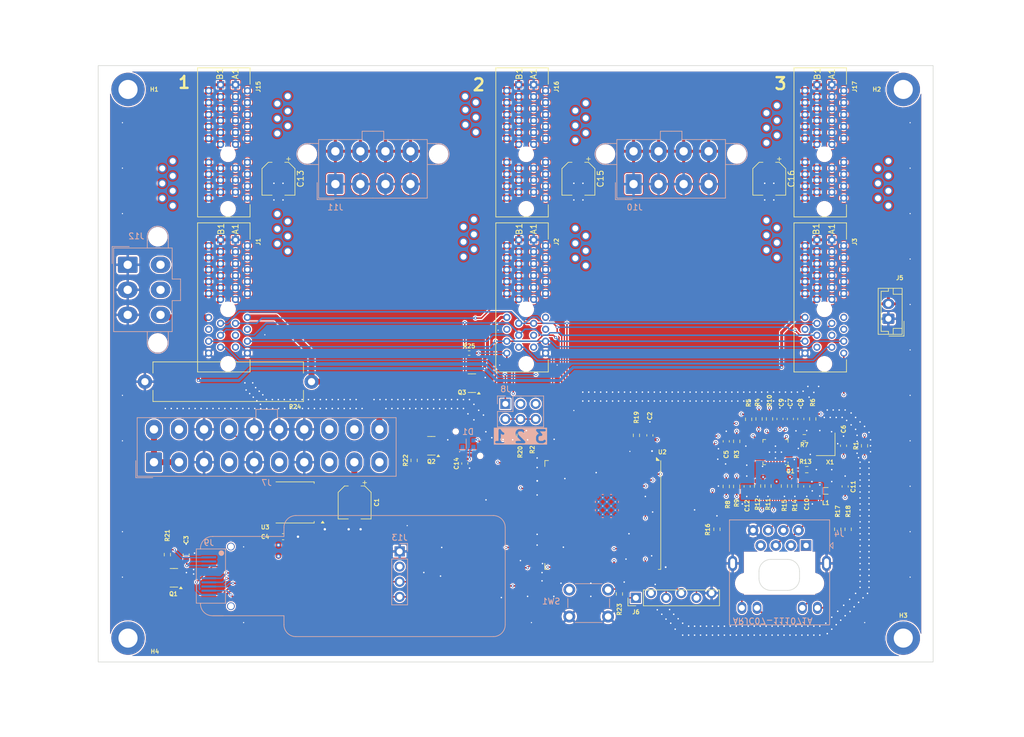
<source format=kicad_pcb>
(kicad_pcb (version 20240108) (generator "pcbnew") (generator_version "8.0")
  (layers (0 "F.Cu" signal) (1 "In1.Cu" signal) (2 "In2.Cu" signal) (31 "B.Cu" signal) (34 "B.Paste" user) (35 "F.Paste" user) (36 "B.SilkS" user "B.Silkscreen") (37 "F.SilkS" user "F.Silkscreen") (38 "B.Mask" user) (39 "F.Mask" user) (44 "Edge.Cuts" user))
  (net 0 "")
  (net 1 "+5V_STDBY")
  (net 2 "GND")
  (net 3 "+3.3V")
  (net 4 "/LAN8720/RSTn")
  (net 5 "AVDD")
  (net 6 "Net-(U1-VDDCR)")
  (net 7 "/LED_RGB")
  (net 9 "/BACKLIGHT")
  (net 10 "/REFCLK")
  (net 11 "/ESP_GPIO0")
  (net 12 "/DB_SCL")
  (net 13 "Net-(U1-RXD1{slash}MODE1)")
  (net 14 "/RXD1")
  (net 15 "/LAN8720/RXER")
  (net 16 "Net-(U1-RXD0{slash}MODE0)")
  (net 17 "/RXD0")
  (net 18 "Net-(X1-OUT)")
  (net 19 "/LAN8720/50MHz")
  (net 20 "/LAN8720/REFCLKO")
  (net 21 "/LAN8720/TD_P")
  (net 22 "/LAN8720/TD_N")
  (net 23 "/LAN8720/RD_P")
  (net 24 "/LAN8720/RD_N")
  (net 25 "Net-(U1-RBIAS)")
  (net 26 "Net-(J4-PadP12)")
  (net 27 "Net-(J4-PadP10)")
  (net 28 "/LAN8720/LEDJ+")
  (net 29 "/MDIO")
  (net 30 "/ESP_RSTn")
  (net 31 "/DB_SDA")
  (net 32 "+5V_PSU")
  (net 33 "/TXD0")
  (net 34 "/TXD1")
  (net 35 "/TXEN")
  (net 36 "/LAN8720/LEDV+")
  (net 37 "/MDC")
  (net 38 "/CRS_DV")
  (net 41 "/DB_TX")
  (net 43 "/RES")
  (net 46 "/ESP_TXD0")
  (net 47 "/CS")
  (net 48 "/PSU_ON")
  (net 50 "/DB_RX")
  (net 52 "/DC")
  (net 56 "+3.3V_DB")
  (net 57 "/ESP_RXD0")
  (net 62 "+12V_PWR")
  (net 63 "Net-(J9-Pin_2)")
  (net 64 "/PSU/PS_ON#")
  (net 65 "/DB_RX1")
  (net 66 "/DB_RX2")
  (net 67 "/EN_DRV")
  (net 68 "/SPARE1")
  (net 69 "/SPARE2")
  (net 70 "/DB_RX3")
  (net 71 "Net-(Q1-D)")
  (net 72 "/SPARE0_1")
  (net 73 "/SPARE0_2")
  (net 74 "/DB_RST")
  (net 75 "/DB_PGOOD")
  (net 76 "/DB_ALERT0n")
  (net 77 "/SPARE1_1")
  (net 78 "/DB_ALERT1n")
  (net 79 "/SPARE1_2")
  (net 80 "/SPARE2_1")
  (net 81 "/SPARE2_2")
  (net 82 "/DB_ALERT2n")
  (net 83 "/DB_RSTn")
  (footprint "Capacitor_SMD:CP_Elec_5x5.7" (layer "F.Cu") (at 121.232 113.382 -90)
    (property "Reference" "C1")
    (property "Value" "100uF")
  )
  (footprint "Resistor_SMD:R_0603_1608Metric" (layer "F.Cu") (at 165.632 128.732 90)
    (property "Reference" "R23")
    (property "Value" "10K")
  )
  (footprint "Resistor_SMD:R_0603_1608Metric" (layer "F.Cu") (at 190.7945 99.382 -90)
    (property "Reference" "R10")
    (property "Value" "10R")
  )
  (footprint "EKO_Miner_ASIClib:AMPHENOL_10018784-10210TLF" (layer "F.Cu") (at 200 81 -90)
    (property "Reference" "J3")
    (property "Value" "10018784-10210TLF")
  )
  (footprint "Capacitor_SMD:C_0603_1608Metric" (layer "F.Cu") (at 139.7 106.858 -90)
    (property "Reference" "C14")
    (property "Value" "100nF")
  )
  (footprint "Oscillator:Oscillator_SMD_Abracon_ASE-4Pin_3.2x2.5mm" (layer "F.Cu") (at 200.207 103.632 90)
    (property "Reference" "X1")
    (property "Value" "ASE-xxxMHz")
  )
  (footprint "RF_Module:ESP32-WROOM-32U" (layer "F.Cu") (at 162.842 115.482 -90)
    (property "Reference" "U2")
    (property "Value" "ESP32-WROOM-32U")
  )
  (footprint "Resistor_SMD:R_0603_1608Metric" (layer "F.Cu") (at 148.982 102.132 -90)
    (property "Reference" "R20")
    (property "Value" "10K")
  )
  (footprint "EKO_Miner_ASIClib:EKO_ESP_ISP" (layer "F.Cu") (at 168.382 129.382 90)
    (property "Reference" "J6")
    (property "Value" "Conn_01x06_Pin")
  )
  (footprint "Resistor_SMD:R_0603_1608Metric" (layer "F.Cu") (at 193.2945 110.632 90)
    (property "Reference" "R15")
    (property "Value" "49R9")
  )
  (footprint "Resistor_SMD:R_0603_1608Metric" (layer "F.Cu") (at 168.482 102.132 -90)
    (property "Reference" "R19")
    (property "Value" "10K")
  )
  (footprint "Capacitor_SMD:CP_Elec_5x5.7" (layer "F.Cu") (at 190.754 59.106 -90)
    (property "Reference" "C16")
    (property "Value" "100uF")
  )
  (footprint "MountingHole:MountingHole_3.2mm_M3_DIN965_Pad" (layer "F.Cu") (at 213.232 136.132)
    (property "Reference" "H3")
    (property "Value" "MountingHole")
  )
  (footprint "MountingHole:MountingHole_3.2mm_M3_DIN965_Pad" (layer "F.Cu") (at 213.232 44.132)
    (property "Reference" "H2")
    (property "Value" "MountingHole")
  )
  (footprint "Package_TO_SOT_SMD:TO-252-2" (layer "F.Cu") (at 111.142 113.3795 180)
    (property "Reference" "U3")
    (property "Value" "NCP1117-3.3_TO252")
  )
  (footprint "Capacitor_SMD:C_0603_1608Metric" (layer "F.Cu") (at 183.5445 103.132 90)
    (property "Reference" "C5")
    (property "Value" "100nF")
  )
  (footprint "Resistor_SMD:R_0603_1608Metric" (layer "F.Cu") (at 195.0445 110.632 90)
    (property "Reference" "R14")
    (property "Value" "49R9")
  )
  (footprint "Resistor_SMD:R_0603_1608Metric" (layer "F.Cu") (at 206.732 103.882 90)
    (property "Reference" "R1")
    (property "Value" "0R")
  )
  (footprint "Capacitor_SMD:C_0603_1608Metric" (layer "F.Cu") (at 92.982 122.132 90)
    (property "Reference" "C3")
    (property "Value" "100nF")
  )
  (footprint "Capacitor_SMD:C_0603_1608Metric" (layer "F.Cu") (at 197.0445 110.6945 90)
    (property "Reference" "C10")
    (property "Value" "100nF")
  )
  (footprint "Capacitor_SMD:CP_Elec_5x5.7" (layer "F.Cu") (at 158.75 59.106 -90)
    (property "Reference" "C15")
    (property "Value" "100uF")
  )
  (footprint "Resistor_SMD:R_0603_1608Metric" (layer "F.Cu") (at 190.5445 110.632 90)
    (property "Reference" "R11")
    (property "Value" "49R9")
  )
  (footprint "Resistor_SMD:R_0603_1608Metric" (layer "F.Cu") (at 185.2945 110.6945 90)
    (property "Reference" "R9")
    (property "Value" "10R")
  )
  (footprint "Capacitor_SMD:C_0603_1608Metric" (layer "F.Cu") (at 187.0445 110.6945 90)
    (property "Reference" "C12")
    (property "Value" "22nF")
  )
  (footprint "Resistor_SMD:R_0603_1608Metric" (layer "F.Cu") (at 187.2945 99.4445 -90)
    (property "Reference" "R5")
    (property "Value" "33R")
  )
  (footprint "EKO_Miner_ASIClib:AMPHENOL_10018784-10210TLF" (layer "F.Cu") (at 150 55 -90)
    (property "Reference" "J16")
    (property "Value" "10018784-10210TLF")
  )
  (footprint "Resistor_SMD:R_0603_1608Metric" (layer "F.Cu") (at 198.0445 99.382 -90)
    (property "Reference" "R6")
    (property "Value" "33R")
  )
  (footprint "Capacitor_SMD:C_0603_1608Metric" (layer "F.Cu") (at 196.0445 99.382 90)
    (property "Reference" "C8")
    (property "Value" "470pF")
  )
  (footprint "EKO_Miner_ASIClib:AMPHENOL_10018784-10210TLF" (layer "F.Cu") (at 100 81 -90)
    (property "Reference" "J1")
    (property "Value" "10018784-10210TLF")
  )
  (footprint "Package_TO_SOT_SMD:SOT-23" (layer "F.Cu") (at 90.932 126.0195 180)
    (property "Reference" "Q1")
    (property "Value" "BSS138")
  )
  (footprint "EKO_Miner_ASIClib:AMPHENOL_10018784-10210TLF" (layer "F.Cu") (at 200 55 -90)
    (property "Reference" "J17")
    (property "Value" "10018784-10210TLF")
  )
  (footprint "EKO_Miner_ASIClib:AMPHENOL_10018784-10210TLF" (layer "F.Cu") (at 100 55 -90)
    (property "Reference" "J15")
    (property "Value" "10018784-10210TLF")
  )
  (footprint "Resistor_SMD:R_0603_1608Metric" (layer "F.Cu") (at 203.982 117.882 90)
    (property "Reference" "R18")
    (property "Value" "10K")
  )
  (footprint "Capacitor_SMD:CP_Elec_5x5.7" (layer "F.Cu") (at 108.458 59.106 -90)
    (property "Reference" "C13")
    (property "Value" "100uF")
  )
  (footprint "Connector_JST:JST_EH_B2B-EH-A_1x02_P2.50mm_Vertical" (layer "F.Cu") (at 210.732 82.582 90)
    (property "Reference" "J5")
    (property "Value" "Conn_01x02_Pin")
  )
  (footprint "Capacitor_SMD:C_0603_1608Metric" (layer "F.Cu") (at 203.207 103.882 90)
    (property "Reference" "C6")
    (property "Value" "100nF")
  )
  (footprint "EKO_Miner_ASIClib:LAN8720_VQFN-24-1EP_4x4mm_P0.5mm_EP2.5x2.5mm_ThermalVias" (layer "F.Cu") (at 191.7945 104.9445 180)
    (property "Reference" "U1")
    (property "Value" "LAN8720A")
  )
  (footprint "Capacitor_SMD:C_0603_1608Metric" (layer "F.Cu") (at 170.732 102.132 90)
    (property "Reference" "C2")
    (property "Value" "100nF")
  )
  (footprint "Package_TO_SOT_SMD:SOT-23" (layer "F.Cu") (at 140.8945 93.382 180)
    (property "Reference" "Q3")
    (property "Value" "BSS138")
  )
  (footprint "Resistor_THT:R_Axial_Power_L25.0mm_W6.4mm_P27.94mm" (layer "F.Cu") (at 114.002 93.132 180)
    (property "Reference" "R24")
    (property "Value" "50R")
  )
  (footprint "MountingHole:MountingHole_3.2mm_M3_DIN965_Pad" (layer "F.Cu") (at 83.232 44.132)
    (property "Reference" "H1")
    (property "Value" "MountingHole")
  )
  (footprint "Resistor_SMD:R_0402_1005Metric" (layer "F.Cu") (at 140.432 88.332)
    (property "Reference" "R25")
    (property "Value" "10K")
  )
  (footprint "Capacitor_SMD:C_0603_1608Metric" (layer "F.Cu") (at 203.482 110.6945 90)
    (property "Reference" "C11")
    (property "Value" "100nF")
  )
  (footprint "Capacitor_SMD:C_0603_1608Metric" (layer "F.Cu") (at 194.2945 99.382 90)
    (property "Reference" "C7")
    (property "Value" "1µF")
  )
  (footprint "Resistor_SMD:R_0603_1608Metric" (layer "F.Cu") (at 150.982 102.132 -90)
    (property "Reference" "R2")
    (property "Value" "10K")
  )
  (footprint "Resistor_SMD:R_0603_1608Metric" (layer "F.Cu") (at 185.2945 103.132 -90)
    (property "Reference" "R3")
    (property "Value" "10K")
  )
  (footprint "Capacitor_SMD:C_0603_1608Metric" (layer "F.Cu") (at 192.5445 99.382 90)
    (property "Reference" "C9")
    (property "Value" "100nF")
  )
  (footprint "MountingHole:MountingHole_3.2mm_M3_DIN965_Pad" (layer "F.Cu") (at 83.232 136.132)
    (property "Reference" "H4")
    (property "Value" "MountingHole")
  )
  (footprint "Resistor_SMD:R_0603_1608Metric" (layer "F.Cu") (at 189.0445 99.382 -90)
    (property "Reference" "R4")
    (property "Value" "1K5")
  )
  (footprint "Resistor_SMD:R_0603_1608Metric" (layer "F.Cu") (at 181.982 117.882 90)
    (property "Reference" "R16")
    (property "Value" "220R")
  )
  (footprint "Inductor_SMD:L_0805_2012Metric" (layer "F.Cu") (at 200.232 111.4445)
    (property "Reference" "L1")
    (property "Value" "L")
  )
  (footprint "Resistor_SMD:R_0603_1608Metric" (layer "F.Cu") (at 197.0445 107.882)
    (property "Reference" "R13")
    (property "Value" "12K1 1%")
  )
  (footprint "EKO_Miner_ASIClib:AMPHENOL_10018784-10210TLF" (layer "F.Cu") (at 150 81 -90)
    (property "Reference" "J2")
    (property "Value" "10018784-10210TLF")
  )
  (footprint "Capacitor_SMD:C_0603_1608Metric" (layer "F.Cu") (at 109.232 119.132)
    (property "Reference" "C4")
    (property "Value" "100nF")
  )
  (footprint "Resistor_SMD:R_0603_1608Metric" (layer "F.Cu") (at 188.7945 110.632 90)
    (property "Reference" "R12")
    (property "Value" "49R9")
  )
  (footprint "Resistor_SMD:R_0603_1608Metric" (layer "F.Cu") (at 131.207 106.332 90)
    (property "Reference" "R22")
    (property "Value" "10K")
  )
  (footprint "Resistor_SMD:R_0603_1608Metric" (layer "F.Cu") (at 196.632 102.532 180)
    (property "Reference" "R7")
    (property "Value" "33R")
  )
  (footprint "Package_TO_SOT_SMD:SOT-23" (layer "F.Cu") (at 134.0945 103.882 180)
    (property "Reference" "Q2")
    (property "Value" "BSS138")
  )
  (footprint "Resistor_SMD:R_0603_1608Metric" (layer "F.Cu") (at 89.832 122.132 -90)
    (property "Reference" "R21")
    (property "Value" "20R")
  )
  (footprint "Resistor_SMD:R_0603_1608Metric" (layer "F.Cu") (at 202.232 117.882 90)
    (property "Reference" "R17")
    (property "Value" "220R")
  )
  (footprint "Resistor_SMD:R_0603_1608Metric" (layer "F.Cu") (at 183.5445 110.6945 90)
    (property "Reference" "R8")
    (property "Value" "10R")
  )
  (footprint "Button_Switch_THT:SW_PUSH_6mm_H9.5mm" (layer "B.Cu") (at 163.726 128.012 180)
    (property "Reference" "SW1")
    (property "Value" "SW_SPST")
  )
  (footprint "Connector_PinHeader_2.54mm:PinHeader_1x04_P2.54mm_Vertical" (layer "B.Cu") (at 128.778 121.6 180)
    (property "Reference" "J13")
    (property "Value" "Conn_01x04")
  )
  (footprint "EKO_Miner_ASIClib:Molex_Mini-Fit_Jr_5566-06A2_2x03_P4.20mm_Vertical" (layer "B.Cu") (at 83.182 73.532 -90)
    (property "Reference" "J12")
    (property "Value" "Conn_02x03_Counter_Clockwise")
  )
  (footprint "EKO_Miner_ASIClib:LCD LBS147TC-IG01" (layer "B.Cu") (at 96.782 121.882 180)
    (property "Reference" "J9")
    (property "Value" "Conn_01x12_Pin")
  )
  (footprint "EKO_Miner_ASIClib:Molex_Mini-Fit_Jr_5566-08A2_2x04_P4.20mm_Vertical" (layer "B.Cu") (at 118 60)
    (property "Reference" "J11")
    (property "Value" "5566-08A")
  )
  (footprint "EKO_Miner_ASIClib:Molex_Mini-Fit_Jr_5566-08A2_2x04_P4.20mm_Vertical" (layer "B.Cu") (at 168 60)
    (property "Reference" "J10")
    (property "Value" "5566-08A")
  )
  (footprint "Connector_PinHeader_2.54mm:PinHeader_2x03_P2.54mm_Vertical" (layer "B.Cu") (at 146.507 96.857 -90)
    (property "Reference" "J8")
    (property "Value" "Conn_02x03_Odd_Even")
  )
  (footprint "EKO_Miner_ASIClib:LMJ2138814SOL1T1C" (layer "B.Cu") (at 196.932 120.6058)
    (property "Reference" "J4")
    (property "Value" "RJ45_LMJ2138814S0L1T1C")
  )
  (footprint "EKO_Miner_ASIClib:Molex_Mini-Fit_Jr_5566-20A_2x10_P4.20mm_Vertical" (layer "B.Cu") (at 87.582 106.632)
    (property "Reference" "J7")
    (property "Value" "Conn_02x10_Top_Bottom")
  )
  (footprint "EKO_Miner_ASIClib:WS2812B2020" (layer "B.Cu") (at 140.232 103.532 180)
    (property "Reference" "D1")
    (property "Value" "WS2812B-2020")
  )
  (gr_line (start 195.832 124.932) (end 195.832 126.132) (stroke (width 0.1)) (layer "Edge.Cuts"))
  (gr_arc (start 195.832 126.132) (mid 195.246214 127.546214) (end 193.832 128.132) (stroke (width 0.1)) (layer "Edge.Cuts"))
  (gr_arc (start 191.032 128.132) (mid 189.617786 127.546214) (end 189.032 126.132) (stroke (width 0.1)) (layer "Edge.Cuts"))
  (gr_arc (start 189.032 124.932) (mid 189.617786 123.517786) (end 191.032 122.932) (stroke (width 0.1)) (layer "Edge.Cuts"))
  (gr_arc (start 193.832 122.932) (mid 195.246214 123.517786) (end 195.832 124.932) (stroke (width 0.1)) (layer "Edge.Cuts"))
  (gr_line (start 193.832 128.132) (end 191.032 128.132) (stroke (width 0.1)) (layer "Edge.Cuts"))
  (gr_line (start 191.032 122.932) (end 193.832 122.932) (stroke (width 0.1)) (layer "Edge.Cuts"))
  (gr_line (start 189.032 126.132) (end 189.032 124.932) (stroke (width 0.1)) (layer "Edge.Cuts"))
  (gr_rect (start 78.232 40.132) (end 218.232 140.132) (stroke (width 0.1)) (fill none) (layer "Edge.Cuts"))
  (gr_text "EKO Miner MB_001-01A" (at 89.408 137.846 0) (layer "F.Cu" knockout) (effects (font (size 1.5 1.5) (thickness 0.3) (bold yes)) (justify left bottom)))
  (gr_text "3 2 1" (at 153.632 103.532 0) (layer "B.SilkS" knockout) (effects (font (size 2 2) (thickness 0.4) (bold yes)) (justify left bottom mirror)))
  (gr_text "2" (at 140.832 44.532 0) (layer "F.SilkS") (effects (font (size 2 2) (thickness 0.4) (bold yes)) (justify left bottom)))
  (gr_text "3" (at 191.432 44.332 0) (layer "F.SilkS") (effects (font (size 2 2) (thickness 0.4) (bold yes)) (justify left bottom)))
  (gr_text "1" (at 91.432 44.132 0) (layer "F.SilkS") (effects (font (size 2 2) (thickness 0.4) (bold yes)) (justify left bottom)))
  (segment (start 131.207 107.157) (end 131.207 108.407) (width 0.25) (layer "F.Cu") (net 1))
  (segment (start 136.607 107.157) (end 131.207 107.157) (width 0.25) (layer "F.Cu") (net 1))
  (segment (start 131.207 108.407) (end 128.432 111.182) (width 0.25) (layer "F.Cu") (net 1))
  (segment (start 128.432 111.182) (end 121.232 111.182) (width 0.25) (layer "F.Cu") (net 1))
  (segment (start 95.032 92.932) (end 95.032 84.068) (width 0.5) (layer "F.Cu") (net 1))
  (segment (start 89.1 82.35) (end 88.682 81.932) (width 1) (layer "F.Cu") (net 1))
  (segment (start 116.182 111.0995) (end 121.1495 111.0995) (width 1) (layer "F.Cu") (net 1))
  (segment (start 121.182 106.632) (end 121.182 111.132) (width 1) (layer "F.Cu") (net 1))
  (segment (start 95.032 84.068) (end 96.75 82.35) (width 0.5) (layer "F.Cu") (net 1))
  (segment (start 136.607 107.157) (end 137.681 106.083) (width 0.25) (layer "F.Cu") (net 1))
  (segment (start 121.1495 111.0995) (end 121.232 111.182) (width 1) (layer "F.Cu") (net 1))
  (segment (start 121.182 111.132) (end 121.232 111.182) (width 1) (layer "F.Cu") (net 1))
  (segment (start 143.51 84.636) (end 143.51 88.824) (width 0.5) (layer "F.Cu") (net 1))
  (segment (start 139.7 106.083) (end 140.469006 106.083) (width 0.25) (layer "F.Cu") (net 1))
  (segment (start 143.51 88.824) (end 143.032 89.302) (width 0.5) (layer "F.Cu") (net 1))
  (segment (start 195.364 82.332) (end 192.832 84.864) (width 0.5) (layer "F.Cu") (net 1))
  (segment (start 145.796 82.35) (end 143.51 84.636) (width 0.5) (layer "F.Cu") (net 1))
  (segment (start 143.032 89.302) (end 143.032 90.932) (width 0.5) (layer "F.Cu") (net 1))
  (segment (start 140.469006 106.083) (end 140.5 106.113994) (width 0.25) (layer "F.Cu") (net 1))
  (segment (start 196.632 82.332) (end 195.364 82.332) (width 0.5) (layer "F.Cu") (net 1))
  (segment (start 192.832 84.864) (end 192.832 90.732) (width 0.5) (layer "F.Cu") (net 1))
  (segment (start 96.75 82.35) (end 89.1 82.35) (width 1) (layer "F.Cu") (net 1))
  (segment (start 137.681 106.083) (end 139.7 106.083) (width 0.25) (layer "F.Cu") (net 1))
  (segment (start 146.75 82.35) (end 145.796 82.35) (width 0.5) (layer "F.Cu") (net 1))
  (via (at 192.832 90.732) (size 0.5) (drill 0.25) (layers "F.Cu" "B.Cu") (net 1))
  (via (at 143.032 90.932) (size 0.5) (drill 0.25) (layers "F.Cu" "B.Cu") (net 1))
  (via (at 140.5 106.113994) (size 0.5) (drill 0.25) (layers "F.Cu" "B.Cu") (net 1))
  (via (at 95.032 92.932) (size 0.5) (drill 0.25) (layers "F.Cu" "B.Cu") (net 1))
  (segment (start 157.858 90.732) (end 155.658 92.932) (width 0.5) (layer "B.Cu") (net 1))
  (segment (start 140.5 106.113994) (end 140.5 104.729) (width 0.25) (layer "B.Cu") (net 1))
  (segment (start 155.658 92.932) (end 145.032 92.932) (width 0.5) (layer "B.Cu") (net 1))
  (segment (start 140.5 106.113994) (end 140.5 104.723) (width 0.25) (layer "B.Cu") (net 1))
  (segment (start 103.81 90.932) (end 101.81 92.932) (width 0.5) (layer "B.Cu") (net 1))
  (segment (start 145.032 92.932) (end 143.032 90.932) (width 0.5) (layer "B.Cu") (net 1))
  (segment (start 140.5 104.729) (end 141.147 104.082) (width 0.25) (layer "B.Cu") (net 1))
  (segment (start 101.81 92.932) (end 95.032 92.932) (width 0.5) (layer "B.Cu") (net 1))
  (segment (start 143.032 90.932) (end 103.81 90.932) (width 0.5) (layer "B.Cu") (net 1))
  (segment (start 192.832 90.732) (end 157.858 90.732) (width 0.5) (layer "B.Cu") (net 1))
  (segment (start 91.948 125.146) (end 93.023 125.146) (width 0.25) (layer "F.Cu") (net 2))
  (segment (start 203.982 117.057) (end 203.982 115.632) (width 0.25) (layer "F.Cu") (net 2))
  (segment (start 121.232 115.582) (end 120.232 116.582) (width 1) (layer "F.Cu") (net 2))
  (segment (start 116.232 117.882) (end 116.182 117.832) (width 1) (layer "F.Cu") (net 2))
  (segment (start 120.232 116.582) (end 120.232 117.882) (width 1) (layer "F.Cu") (net 2))
  (segment (start 198.657 107.882) (end 197.732 107.882) (width 0.25) (layer "F.Cu") (net 2))
  (segment (start 139.7 107.633) (end 140.5 107.633) (width 0.25) (layer "F.Cu") (net 2))
  (segment (start 194.2945 97.5195) (end 194.2945 98.4445) (width 0.25) (layer "F.Cu") (net 2))
  (segment (start 197.907 109.882) (end 196.982 109.882) (width 0.25) (layer "F.Cu") (net 2))
  (segment (start 141.832 92.432) (end 143.132 92.432) (width 0.25) (layer "F.Cu") (net 2))
  (segment (start 203.207 102.2695) (end 203.207 103.1945) (width 0.25) (layer "F.Cu") (net 2))
  (segment (start 171.097 124.232) (end 173.382 124.232) (width 0.5) (layer "F.Cu") (net 2))
  (segment (start 171.097 106.732) (end 171.097 104.767) (width 0.5) (layer "F.Cu") (net 2))
  (segment (start 196.0445 97.5195) (end 196.0445 98.4445) (width 0.25) (layer "F.Cu") (net 2))
  (segment (start 201.207 101.5195) (end 201.207 102.4445) (width 0.25) (layer "F.Cu") (net 2))
  (segment (start 92.982 121.357) (end 92.982 120.382) (width 0.25) (layer "F.Cu") (net 2))
  (segment (start 183.5445 102.357) (end 183.5445 101.4445) (width 0.25) (layer "F.Cu") (net 2))
  (segment (start 135.432 102.932) (end 135.482 102.882) (width 0.25) (layer "F.Cu") (net 2))
  (segment (start 186.982 108.957) (end 186.982 109.882) (width 0.25) (layer "F.Cu") (net 2))
  (segment (start 202.232 117.057) (end 202.232 115.632) (width 0.25) (layer "F.Cu") (net 2))
  (segment (start 203.482 108.957) (end 203.482 109.882) (width 0.25) (layer "F.Cu") (net 2))
  (segment (start 153.492 109.767) (end 151.847 109.767) (width 0.5) (layer "F.Cu") (net 2))
  (segment (start 170.732 101.357) (end 170.732 99.882) (width 0.25) (layer "F.Cu") (net 2))
  (segment (start 192.5445 97.5195) (end 192.5445 98.4445) (width 0.25) (layer "F.Cu") (net 2))
  (segment (start 121.232 115.582) (end 122.232 116.582) (width 1) (layer "F.Cu") (net 2))
  (segment (start 110.007 119.132) (end 111.732 119.132) (width 1) (layer "F.Cu") (net 2))
  (segment (start 135.032 102.932) (end 136.7945 102.932) (width 0.25) (layer "F.Cu") (net 2))
  (segment (start 181.982 117.057) (end 181.982 115.632) (width 0.25) (layer "F.Cu") (net 2))
  (segment (start 122.232 116.582) (end 122.232 117.882) (width 1) (layer "F.Cu") (net 2))
  (segment (start 116.182 115.6595) (end 116.232 117.882) (width 1) (layer "F.Cu") (net 2))
  (via (at 201.982 133.882) (size 0.5) (drill 0.25) (layers "F.Cu" "B.Cu") (net 2))
  (via (at 195.482 94.882) (size 0.5) (drill 0.25) (layers "F.Cu" "B.Cu") (net 2))
  (via (at 191.516 59.868) (size 0.5) (drill 0.25) (layers "F.Cu" "B.Cu") (net 2))
  (via (at 102.616 133.528) (size 0.4) (drill 0.2) (layers "F.Cu" "B.Cu") (net 2))
  (via (at 214.376 72.568) (size 0.4) (drill 0.2) (layers "F.Cu" "B.Cu") (net 2))
  (via (at 184.482 96.382) (size 0.5) (drill 0.25) (layers "F.Cu" "B.Cu") (net 2))
  (via (at 156.482 109.382) (size 0.5) (drill 0.25) (layers "F.Cu" "B.Cu") (net 2))
  (via (at 151.832 107.532) (size 0.5) (drill 0.25) (layers "F.Cu" "B.Cu") (net 2))
  (via (at 134.482 96.132) (size 0.5) (drill 0.25) (layers "F.Cu" "B.Cu") (net 2))
  (via (at 189.232 134.132) (size 0.5) (drill 0.25) (layers "F.Cu" "B.Cu") (net 2))
  (via (at 192.482 96.382) (size 0.5) (drill 0.25) (layers "F.Cu" "B.Cu") (net 2))
  (via (at 89.482 97.632) (size 0.5) (drill 0.25) (layers "F.Cu" "B.Cu") (net 2))
  (via (at 193.482 94.882) (size 0.5) (drill 0.25) (layers "F.Cu" "B.Cu") (net 2))
  (via (at 180.482 96.382) (size 0.5) (drill 0.25) (layers "F.Cu" "B.Cu") (net 2))
  (via (at 133.482 96.132) (size 0.5) (drill 0.25) (layers "F.Cu" "B.Cu") (net 2))
  (via (at 204.482 100.382) (size 0.5) (drill 0.25) (layers "F.Cu" "B.Cu") (net 2))
  (via (at 125.482 96.132) (size 0.5) (drill 0.25) (layers "F.Cu" "B.Cu") (net 2))
  (via (at 207.482 116.632) (size 0.5) (drill 0.25) (layers "F.Cu" "B.Cu") (net 2))
  (via (at 205.982 118.632) (size 0.5) (drill 0.25) (layers "F.Cu" "B.Cu") (net 2))
  (via (at 135.482 96.132) (size 0.5) (drill 0.25) (layers "F.Cu" "B.Cu") (net 2))
  (via (at 159.482 94.882) (size 0.5) (drill 0.25) (layers "F.Cu" "B.Cu") (net 2))
  (via (at 174.232 133.632) (size 0.5) (drill 0.25) (layers "F.Cu" "B.Cu") (net 2))
  (via (at 201.232 134.632) (size 0.5) (drill 0.25) (layers "F.Cu" "B.Cu") (net 2))
  (via (at 214.376 80.188) (size 0.4) (drill 0.2) (layers "F.Cu" "B.Cu") (net 2))
  (via (at 106.482 97.632) (size 0.5) (drill 0.25) (layers "F.Cu" "B.Cu") (net 2))
  (via (at 132.832 125.132) (size 0.5) (drill 0.25) (layers "F.Cu" "B.Cu") (net 2))
  (via (at 109.22 62.662) (size 0.5) (drill 0.25) (layers "F.Cu" "B.Cu") (net 2))
  (via (at 201.982 99.132) (size 0.5) (drill 0.25) (layers "F.Cu" "B.Cu") (net 2))
  (via (at 171.482 96.382) (size 0.5) (drill 0.25) (layers "F.Cu" "B.Cu") (net 2))
  (via (at 205.982 117.632) (size 0.5) (drill 0.25) (layers "F.Cu" "B.Cu") (net 2))
  (via (at 92.982 120.382) (size 0.5) (drill 0.25) (layers "F.Cu" "B.Cu") (net 2))
  (via (at 110.482 97.632) (size 0.5) (drill 0.25) (layers "F.Cu" "B.Cu") (net 2))
  (via (at 197.232 134.132) (size 0.5) (drill 0.25) (layers "F.Cu" "B.Cu") (net 2))
  (via (at 193.482 96.382) (size 0.5) (drill 0.25) (layers "F.Cu" "B.Cu") (net 2))
  (via (at 157.988 62.662) (size 0.5) (drill 0.25) (layers "F.Cu" "B.Cu") (net 2))
  (via (at 192.232 135.632) (size 0.5) (drill 0.25) (layers "F.Cu" "B.Cu") (net 2))
  (via (at 179.232 135.632) (size 0.5) (drill 0.25) (layers "F.Cu" "B.Cu") (net 2))
  (via (at 140.232 98.532) (size 0.5) (drill 0.25) (layers "F.Cu" "B.Cu") (net 2))
  (via (at 104.232 95.732) (size 0.5) (drill 0.25) (layers "F.Cu" "B.Cu") (net 2))
  (via (at 166.482 94.882) (size 0.5) (drill 0.25) (layers "F.Cu" "B.Cu") (net 2))
  (via (at 171.982 131.382) (size 0.5) (drill 0.25) (layers "F.Cu" "B.Cu") (net 2))
  (via (at 119.482 97.632) (size 0.5) (drill 0.25) (layers "F.Cu" "B.Cu") (net 2))
  (via (at 141.232 96.932) (size 0.5) (drill 0.25) (layers "F.Cu" "B.Cu") (net 2))
  (via (at 189.992 62.662) (size 0.5) (drill 0.25) (layers "F.Cu" "B.Cu") (net 2))
  (via (at 197.232 135.632) (size 0.5) (drill 0.25) (layers "F.Cu" "B.Cu") (net 2))
  (via (at 205.732 130.132) (size 0.5) (drill 0.25) (layers "F.Cu" "B.Cu") (net 2))
  (via (at 201.232 109.882) (size 0.5) (drill 0.25) (layers "F.Cu" "B.Cu") (net 2))
  (via (at 168.482 96.382) (size 0.5) (drill 0.25) (layers "F.Cu" "B.Cu") (net 2))
  (via (at 174.482 94.882) (size 0.5) (drill 0.25) (layers "F.Cu" "B.Cu") (net 2))
  (via (at 205.982 126.632) (size 0.5) (drill 0.25) (layers "F.Cu" "B.Cu") (net 2))
  (via (at 179.232 134.132) (size 0.5) (drill 0.25) (layers "F.Cu" "B.Cu") (net 2))
  (via (at 151.832 112.132) (size 0.5) (drill 0.25) (layers "F.Cu" "B.Cu") (net 2))
  (via (at 118.482 97.632) (size 0.5) (drill 0.25) (layers "F.Cu" "B.Cu") (net 2))
  (via (at 140.482 96.132) (size 0.5) (drill 0.25) (layers "F.Cu" "B.Cu") (net 2))
  (via (at 188.232 134.132) (size 0.5) (drill 0.25) (layers "F.Cu" "B.Cu") (net 2))
  (via (at 194.482 94.882) (size 0.5) (drill 0.25) (layers "F.Cu" "B.Cu") (net 2))
  (via (at 94.482 97.632) (size 0.5) (drill 0.25) (layers "F.Cu" "B.Cu") (net 2))
  (via (at 178.232 134.132) (size 0.5) (drill 0.25) (layers "F.Cu" "B.Cu") (net 2))
  (via (at 207.482 121.632) (size 0.5) (drill 0.25) (layers "F.Cu" "B.Cu") (net 2))
  (via (at 104.482 97.632) (size 0.5) (drill 0.25) (layers "F.Cu" "B.Cu") (net 2))
  (via (at 154.632 129.132) (size 0.5) (drill 0.25) (layers "F.Cu" "B.Cu") (net 2))
  (via (at 200.232 133.632) (size 0.5) (drill 0.25) (layers "F.Cu" "B.Cu") (net 2))
  (via (at 175.482 96.382) (size 0.5) (drill 0.25) (layers "F.Cu" "B.Cu") (net 2))
  (via (at 190.482 94.882) (size 0.5) (drill 0.25) (layers "F.Cu" "B.Cu") (net 2))
  (via (at 151.832 118.732) (size 0.5) (drill 0.25) (layers "F.Cu" "B.Cu") (net 2))
  (via (at 186.232 135.632) (size 0.5) (drill 0.25) (layers "F.Cu" "B.Cu") (net 2))
  (via (at 174.982 134.632) (size 0.5) (drill 0.25) (layers "F.Cu" "B.Cu") (net 2))
  (via (at 161.482 96.382) (size 0.5) (drill 0.25) (layers "F.Cu" "B.Cu") (net 2))
  (via (at 126.482 97.632) (size 0.5) (drill 0.25) (layers "F.Cu" "B.Cu") (net 2))
  (via (at 182.232 135.632) (size 0.5) (drill 0.25) (layers "F.Cu" "B.Cu") (net 2))
  (via (at 205.232 99.132) (size 0.5) (drill 0.25) (layers "F.Cu" "B.Cu") (net 2))
  (via (at 194.232 109.132) (size 0.5) (drill 0.25) (layers "F.Cu" "B.Cu") (net 2))
  (via (at 150.232 129.132) (size 0.5) (drill 0.25) (layers "F.Cu" "B.Cu") (net 2))
  (via (at 139.482 97.632) (size 0.5) (drill 0.25) (layers "F.Cu" "B.Cu") (net 2))
  (via (at 143.232 101.532) (size 0.5) (drill 0.25) (layers "F.Cu" "B.Cu") (net 2))
  (via (at 193.232 135.632) (size 0.5) (drill 0.25) (layers "F.Cu" "B.Cu") (net 2))
  (via (at 103.482 97.632) (size 0.5) (drill 0.25) (layers "F.Cu" "B.Cu") (net 2))
  (via (at 184.482 94.882) (size 0.5) (drill 0.25) (layers "F.Cu" "B.Cu") (net 2))
  (via (at 214.376 110.668) (size 0.4) (drill 0.2) (layers "F.Cu" "B.Cu") (net 2))
  (via (at 181.982 115.632) (size 0.5) (drill 0.25) (layers "F.Cu" "B.Cu") (net 2))
  (via (at 203.482 132.382) (size 0.5) (drill 0.25) (layers "F.Cu" "B.Cu") (net 2))
  (via (at 207.482 126.632) (size 0.5) (drill 0.25) (layers "F.Cu" "B.Cu") (net 2))
  (via (at 149.032 123.132) (size 0.5) (drill 0.25) (layers "F.Cu" "B.Cu") (net 2))
  (via (at 173.44223 132.946556) (size 0.5) (drill 0.25) (layers "F.Cu" "B.Cu") (net 2))
  (via (at 205.982 112.632) (size 0.5) (drill 0.25) (layers "F.Cu" "B.Cu") (net 2))
  (via (at 176.232 135.632) (size 0.5) (drill 0.25) (layers "F.Cu" "B.Cu") (net 2))
  (via (at 185.232 135.632) (size 0.5) (drill 0.25) (layers "F.Cu" "B.Cu") (net 2))
  (via (at 163.482 96.382) (size 0.5) (drill 0.25) (layers "F.Cu" "B.Cu") (net 2))
  (via (at 94.232 125.382) (size 0.5) (drill 0.25) (layers "F.Cu" "B.Cu") (net 2))
  (via (at 199.032 93.932) (size 0.5) (drill 0.25) (layers "F.Cu" "B.Cu") (net 2))
  (via (at 117.482 97.632) (size 0.5) (drill 0.25) (layers "F.Cu" "B.Cu") (net 2))
  (via (at 178.482 96.382) (size 0.5) (drill 0.25) (layers "F.Cu" "B.Cu") (net 2))
  (via (at 207.482 111.632) (size 0.5) (drill 0.25) (layers "F.Cu" "B.Cu") (net 2))
  (via (at 166.732 122.882) (size 0.5) (drill 0.25) (layers "F.Cu" "B.Cu") (net 2))
  (via (at 138.482 96.132) (size 0.5) (drill 0.25) (layers "F.Cu" "B.Cu") (net 2))
  (via (at 204.232 129.632) (size 0.5) (drill 0.25) (layers "F.Cu" "B.Cu") (net 2))
  (via (at 191.482 94.882) (size 0.5) (drill 0.25) (layers "F.Cu" "B.Cu") (net 2))
  (via (at 186.482 94.882) (size 0.5) (drill 0.25) (layers "F.Cu" "B.Cu") (net 2))
  (via (at 197.232 93.932) (size 0.5) (drill 0.25) (layers "F.Cu" "B.Cu") (net 2))
  (via (at 120.482 97.632) (size 0.5) (drill 0.25) (layers "F.Cu" "B.Cu") (net 2))
  (via (at 179.482 94.882) (size 0.5) (drill 0.25) (layers "F.Cu" "B.Cu") (net 2))
  (via (at 172.482 94.882) (size 0.5) (drill 0.25) (layers "F.Cu" "B.Cu") (net 2))
  (via (at 182.232 110.632) (size 0.5) (drill 0.25) (layers "F.Cu" "B.Cu") (net 2))
  (via (at 151.832 105.932) (size 0.5) (drill 0.25) (layers "F.Cu" "B.Cu") (net 2))
  (via (at 196.432 94.732) (size 0.5) (drill 0.25) (layers "F.Cu" "B.Cu") (net 2))
  (via (at 205.982 99.882) (size 0.5) (drill 0.25) (layers "F.Cu" "B.Cu") (net 2))
  (via (at 157.988 97.968) (size 0.4) (drill 0.2) (layers "F.Cu" "B.Cu") (net 2))
  (via (at 183.232 134.132) (size 0.5) (drill 0.25) (layers "F.Cu" "B.Cu") (net 2))
  (via (at 207.482 108.632) (size 0.5) (drill 0.25) (layers "F.Cu" "B.Cu") (net 2))
  (via (at 172.732 132.132) (size 0.5) (drill 0.25) (layers "F.Cu" "B.Cu") (net 2))
  (via (at 207.482 109.632) (size 0.5) (drill 0.25) (layers "F.Cu" "B.Cu") (net 2))
  (via (at 181.482 94.882) (size 0.5) (drill 0.25) (layers "F.Cu" "B.Cu") (net 2))
  (via (at 203.482 97.882) (size 0.5) (drill 0.25) (layers "F.Cu" "B.Cu") (net 2))
  (via (at 182.482 96.382) (size 0.5) (drill 0.25) (layers "F.Cu" "B.Cu") (net 2))
  (via (at 183.432 106.932) (size 0.5) (drill 0.25) (layers "F.Cu" "B.Cu") (net 2))
  (via (at 194.2945 97.5195) (size 0.5) (drill 0.25) (layers "F.Cu" "B.Cu") (net 2))
  (via (at 145.832 129.332) (size 0.5) (drill 0.25) (layers "F.Cu" "B.Cu") (net 2))
  (via (at 107.482 97.632) (size 0.5) (drill 0.25) (layers "F.Cu" "B.Cu") (net 2))
  (via (at 109.432 96.132) (size 0.5) (drill 0.25) (layers "F.Cu" "B.Cu") (net 2))
  (via (at 161.732 108.382) (size 0.5) (drill 0.25) (layers "F.Cu" "B.Cu") (net 2))
  (via (at 185.482 94.882) (size 0.5) (drill 0.25) (layers "F.Cu" "B.Cu") (net 2))
  (via (at 205.982 122.632) (size 0.5) (drill 0.25) (layers "F.Cu" "B.Cu") (net 2))
  (via (at 151.847 109.767) (size 0.5) (drill 0.3) (layers "F.Cu" "B.Cu") (net 2))
  (via (at 186.982 108.957) (size 0.5) (drill 0.25) (layers "F.Cu" "B.Cu") (net 2))
  (via (at 131.482 97.632) (size 0.5) (drill 0.25) (layers "F.Cu" "B.Cu") (net 2))
  (via (at 142.032 97.932) (size 0.5) (drill 0.25) (layers "F.Cu" "B.Cu") (net 2))
  (via (at 102.616 120.828) (size 0.4) (drill 0.2) (layers "F.Cu" "B.Cu") (net 2))
  (via (at 200.982 99.132) (size 0.5) (drill 0.25) (layers "F.Cu" "B.Cu") (net 2))
  (via (at 207.482 125.632) (size 0.5) (drill 0.25) (layers "F.Cu" "B.Cu") (net 2))
  (via (at 206.732 100.632) (size 0.5) (drill 0.25) (layers "F.Cu" "B.Cu") (net 2))
  (via (at 137.482 96.132) (size 0.5) (drill 0.25) (layers "F.Cu" "B.Cu") (net 2))
  (via (at 98.482 97.632) (size 0.5) (drill 0.25) (layers "F.Cu" "B.Cu") (net 2))
  (via (at 111.732 119.132) (size 0.8) (drill 0.4) (layers "F.Cu" "B.Cu") (net 2))
  (via (at 102.832 93.332) (size 0.5) (drill 0.25) (layers "F.Cu" "B.Cu") (net 2))
  (via (at 105.232 94.732) (size 0.5) (drill 0.25) (layers "F.Cu" "B.Cu") (net 2))
  (via (at 154.686 102.794) (size 0.5) (drill 0.25) (layers "F.Cu" "B.Cu") (net 2))
  (via (at 171.632 127.132) (size 0.5) (drill 0.25) (layers "F.Cu" "B.Cu") (net 2))
  (via (at 82.296 95.428) (size 0.4) (drill 0.2) (layers "F.Cu" "B.Cu") (net 2))
  (via (at 190.232 134.132) (size 0.5) (drill 0.25) (layers "F.Cu" "B.Cu") (net 2))
  (via (at 207.482 114.632) (size 0.5) (drill 0.25) (layers "F.Cu" "B.Cu") (net 2))
  (via (at 162.482 96.382) (size 0.5) (drill 0.25) (layers "F.Cu" "B.Cu") (net 2))
  (via (at 205.982 115.632) (size 0.5) (drill 0.25) (layers "F.Cu" "B.Cu") (net 2))
  (via (at 103.032 94.532) (size 0.5) (drill 0.25) (layers "F.Cu" "B.Cu") (net 2))
  (via (at 96.482 97.632) (size 0.5) (drill 0.25) (layers "F.Cu" "B.Cu") (net 2))
  (via (at 134.482 97.632) (size 0.5) (drill 0.25) (layers "F.Cu" "B.Cu") (net 2))
  (via (at 187.232 135.632) (size 0.5) (drill 0.25) (layers "F.Cu" "B.Cu") (net 2))
  (via (at 173.382 124.232) (size 0.5) (drill 0.3) (layers "F.Cu" "B.Cu") (net 2))
  (via (at 131.482 96.132) (size 0.5) (drill 0.25) (layers "F.Cu" "B.Cu") (net 2))
  (via (at 164.482 96.382) (size 0.5) (drill 0.25) (layers "F.Cu" "B.Cu") (net 2))
  (via (at 202.982 99.132) (size 0.5) (drill 0.25) (layers "F.Cu" "B.Cu") (net 2))
  (via (at 197.907 109.882) (size 0.5) (drill 0.25) (layers "F.Cu" "B.Cu") (net 2))
  (via (at 180.232 135.632) (size 0.5) (drill 0.25) (layers "F.Cu" "B.Cu") (net 2))
  (via (at 207.482 115.632) (size 0.5) (drill 0.25) (layers "F.Cu" "B.Cu") (net 2))
  (via (at 106.172 85.268) (size 0.4) (drill 0.2) (layers "F.Cu" "B.Cu") (net 2))
  (via (at 199.232 134.132) (size 0.5) (drill 0.25) (layers "F.Cu" "B.Cu") (net 2))
  (via (at 205.982 123.632) (size 0.5) (drill 0.25) (layers "F.Cu" "B.Cu") (net 2))
  (via (at 161.482 94.882) (size 0.5) (drill 0.25) (layers "F.Cu" "B.Cu") (net 2))
  (via (at 207.482 113.632) (size 0.5) (drill 0.25) (layers "F.Cu" "B.Cu") (net 2))
  (via (at 127.482 97.632) (size 0.5) (drill 0.25) (layers "F.Cu" "B.Cu") (net 2))
  (via (at 130.048 117.272) (size 0.4) (drill 0.2) (layers "F.Cu" "B.Cu") (net 2))
  (via (at 196.482 96.382) (size 0.5) (drill 0.25) (layers "F.Cu" "B.Cu") (net 2))
  (via (at 204.482 98.382) (size 0.5) (drill 0.25) (layers "F.Cu" "B.Cu") (net 2))
  (via (at 198.232 94.932) (size 0.5) (drill 0.25) (layers "F.Cu" "B.Cu") (net 2))
  (via (at 124.482 96.132) (size 0.5) (drill 0.25) (layers "F.Cu" "B.Cu") (net 2))
  (via (at 207.732 104.882) (size 0.5) (drill 0.25) (layers "F.Cu" "B.Cu") (net 2))
  (via (at 94.232 124.632) (size 0.5) (drill 0.25) (layers "F.Cu" "B.Cu") (net 2))
  (via (at 180.482 94.882) (size 0.5) (drill 0.25) (layers "F.Cu" "B.Cu") (net 2))
  (via (at 191.516 62.662) (size 0.5) (drill 0.25) (layers "F.Cu" "B.Cu") (net 2))
  (via (at 103.632 95.132) (size 0.5) (drill 0.25) (layers "F.Cu" "B.Cu") (net 2))
  (via (at 207.482 107.632) (size 0.5) (drill 0.25) (layers "F.Cu" "B.Cu") (net 2))
  (via (at 201.482 97.882) (size 0.5) (drill 0.25) (layers "F.Cu" "B.Cu") (net 2))
  (via (at 186.232 113.632) (size 0.5) (drill 0.25) (layers "F.Cu" "B.Cu") (net 2))
  (via (at 135.482 97.632) (size 0.5) (drill 0.25) (layers "F.Cu" "B.Cu") (net 2))
  (via (at 177.232 134.132) (size 0.5) (drill 0.25) (layers "F.Cu" "B.Cu") (net 2))
  (via (at 94.382 121.882) (size 0.5) (drill 0.25) (layers "F.Cu" "B.Cu") (net 2))
  (via (at 104.14 93.332) (size 0.5) (drill 0.25) (layers "F.Cu" "B.Cu") (net 2))
  (via (at 141.232 99.532) (size 0.5) (drill 0.25) (layers "F.Cu" "B.Cu") (net 2))
  (via (at 92.482 97.632) (size 0.5) (drill 0.25) (layers "F.Cu" "B.Cu") (net 2))
  (via (at 99.482 97.632) (size 0.5) (drill 0.25) (layers "F.Cu" "B.Cu") (net 2))
  (via (at 132.482 97.632) (size 0.5) (drill 0.25) (layers "F.Cu" "B.Cu") (net 2))
  (via (at 206.756 133.528) (size 0.4) (drill 0.2) (layers "F.Cu" "B.Cu") (net 2))
  (via (at 116.232 117.882) (size 0.8) (drill 0.4) (layers "F.Cu" "B.Cu") (net 2))
  (via (at 104.632 94.132) (size 0.5) (drill 0.25) (layers "F.Cu" "B.Cu") (net 2))
  (via (at 105.432 96.932) (size 0.5) (drill 0.25) (layers "F.Cu" "B.Cu") (net 2))
  (via (at 117.482 96.132) (size 0.5) (drill 0.25) (layers "F.Cu" "B.Cu") (net 2))
  (via (at 186.832 103.932) (size 0.5) (drill 0.25) (layers "F.Cu" "B.Cu") (net 2))
  (via (at 82.296 103.048) (size 0.4) (drill 0.2) (layers "F.Cu" "B.Cu") (net 2))
  (via (at 104.832 96.332) (size 0.5) (drill 0.25) (layers "F.Cu" "B.Cu") (net 2))
  (via (at 129.482 96.132) (size 0.5) (drill 0.25) (layers "F.Cu" "B.Cu") (net 2))
  (via (at 202.232 131.632) (size 0.5) (drill 0.25) (layers "F.Cu" "B.Cu") (net 2))
  (via (at 171.097 104.767) (size 0.5) (drill 0.3) (layers "F.Cu" "B.Cu") (net 2))
  (via (at 205.482 103.132) (size 0.5) (drill 0.25) (layers "F.Cu" "B.Cu") (net 2))
  (via (at 169.482 94.882) (size 0.5) (drill 0.25) (layers "F.Cu" "B.Cu") (net 2))
  (via (at 143.256 112.954) (size 0.5) (drill 0.25) (layers "F.Cu" "B.Cu") (net 2))
  (via (at 207.482 120.632) (size 0.5) (drill 0.25) (layers "F.Cu" "B.Cu") (net 2))
  (via (at 136.482 97.632) (size 0.5) (drill 0.25) (layers "F.Cu" "B.Cu") (net 2))
  (via (at 199.982 99.132) (size 0.5) (drill 0.25) (layers "F.Cu" "B.Cu") (net 2))
  (via (at 178.232 135.632) (size 0.5) (drill 0.25) (layers "F.Cu" "B.Cu") (net 2))
  (via (at 157.988 59.868) (size 0.5) (drill 0.25) (layers "F.Cu" "B.Cu") (net 2))
  (via (at 189.482 94.882) (size 0.5) (drill 0.25) (layers "F.Cu" "B.Cu") (net 2))
  (via (at 173.482 96.382) (size 0.5) (drill 0.25) (layers "F.Cu" "B.Cu") (net 2))
  (via (at 170.482 94.882) (size 0.5) (drill 0.25) (layers "F.Cu" "B.Cu") (net 2))
  (via (at 144.232 102.532) (size 0.5) (drill 0.25) (layers "F.Cu" "B.Cu") (net 2))
  (via (at 93.482 97.632) (size 0.5) (drill 0.25) (layers "F.Cu" "B.Cu") (net 2))
  (via (at 205.982 111.632) (size 0.5) (drill 0.25) (layers "F.Cu" "B.Cu") (net 2))
  (via (at 214.376 57.328) (size 0.4) (drill 0.2) (layers "F.Cu" "B.Cu") (net 2))
  (via (at 214.376 103.048) (size 0.4) (drill 0.2) (layers "F.Cu" "B.Cu") (net 2))
  (via (at 187.482 94.882) (size 0.5) (drill 0.25) (layers "F.Cu" "B.Cu") (net 2))
  (via (at 126.482 96.132) (size 0.5) (drill 0.25) (layers "F.Cu" "B.Cu") (net 2))
  (via (at 159.512 62.662) (size 0.5) (drill 0.25) (layers "F.Cu" "B.Cu") (net 2))
  (via (at 205.982 108.632) (size 0.5) (drill 0.25) (layers "F.Cu" "B.Cu") (net 2))
  (via (at 192.232 134.132) (size 0.5) (drill 0.25) (layers "F.Cu" "B.Cu") (net 2))
  (via (at 95.482 97.632) (size 0.5) (drill 0.25) (layers "F.Cu" "B.Cu") (net 2))
  (via (at 197.432 95.732) (size 0.5) (drill 0.25) (layers "F.Cu" "B.Cu") (net 2))
  (via (at 197.982 113.632) (size 0.5) (drill 0.25) (layers "F.Cu" "B.Cu") (net 2))
  (via (at 107.696 59.868) (size 0.5) (drill 0.25) (layers "F.Cu" "B.Cu") (net 2))
  (via (at 97.482 97.632) (size 0.5) (drill 0.25) (layers "F.Cu" "B.Cu") (net 2))
  (via (at 135.832 120.932) (size 0.5) (drill 0.25) (layers "F.Cu" "B.Cu") (net 2))
  (via (at 175.482 94.882) (size 0.5) (drill 0.25) (layers "F.Cu" "B.Cu") (net 2))
  (via (at 145.542 90.348) (size 0.4) (drill 0.2) (layers "F.Cu" "B.Cu") (net 2))
  (via (at 160.482 94.882) (size 0.5) (drill 0.25) (layers "F.Cu" "B.Cu") (net 2))
  (via (at 206.482 129.382) (size 0.5) (drill 0.25) (layers "F.Cu" "B.Cu") (net 2))
  (via (at 113.482 97.632) (size 0.5) (drill 0.25) (layers "F.Cu" "B.Cu") (net 2))
  (via (at 128.482 97.632) (size 0.5) (drill 0.25) (layers "F.Cu" "B.Cu") (net 2))
  (via (at 169.982 112.382) (size 0.5) (drill 0.25) (layers "F.Cu" "B.Cu") (net 2))
  (via (at 152.654 125.146) (size 0.5) (drill 0.25) (layers "F.Cu" "B.Cu") (net 2))
  (via (at 151.832 120.532) (size 0.5) (drill 0.25) (layers "F.Cu" "B.Cu") (net 2))
  (via (at 202.482 97.882) (size 0.5) (drill 0.25) (layers "F.Cu" "B.Cu") (net 2))
  (via (at 207.482 106.632) (size 0.5) (drill 0.25) (layers "F.Cu" "B.Cu") (net 2))
  (via (at 199.232 101.332) (size 0.5) (drill 0.25) (layers "F.Cu" "B.Cu") (net 2))
  (via (at 205.982 107.632) (size 0.5) (drill 0.25) (layers "F.Cu" "B.Cu") (net 2))
  (via (at 201.232 132.632) (size 0.5) (drill 0.25) (layers "F.Cu" "B.Cu") (net 2))
  (via (at 195.482 96.382) (size 0.5) (drill 0.25) (layers "F.Cu" "B.Cu") (net 2))
  (via (at 214.376 64.948) (size 0.4) (drill 0.2) (layers "F.Cu" "B.Cu") (net 2))
  (via (at 108.432 96.132) (size 0.5) (drill 0.25) (layers "F.Cu" "B.Cu") (net 2))
  (via (at 201.232 107.882) (size 0.5) (drill 0.25) (layers "F.Cu" "B.Cu") (net 2))
  (via (at 82.296 64.948) (size 0.4) (drill 0.2) (layers "F.Cu" "B.Cu") (net 2))
  (via (at 187.232 134.132) (size 0.5) (drill 0.25) (layers "F.Cu" "B.Cu") (net 2))
  (via (at 191.232 134.132) (size 0.5) (drill 0.25) (layers "F.Cu" "B.Cu") (net 2))
  (via (at 191.232 135.632) (size 0.5) (drill 0.25) (layers "F.Cu" "B.Cu") (net 2))
  (via (at 205.982 121.632) (size 0.5) (drill 0.25) (layers "F.Cu" "B.Cu") (net 2))
  (via (at 198.232 134.132) (size 0.5) (drill 0.25) (layers "F.Cu" "B.Cu") (net 2))
  (via (at 205.482 105.132) (size 0.5) (drill 0.25) (layers "F.Cu" "B.Cu") (net 2))
  (via (at 207.482 118.632) (size 0.5) (drill 0.25) (layers "F.Cu" "B.Cu") (net 2))
  (via (at 197.032 101.332) (size 0.5) (drill 0.25) (layers "F.Cu" "B.Cu") (net 2))
  (via (at 175.482 132.882) (size 0.5) (drill 0.25) (layers "F.Cu" "B.Cu") (net 2))
  (via (at 112.482 97.632) (size 0.5) (drill 0.25) (layers "F.Cu" "B.Cu") (net 2))
  (via (at 204.296556 131.67177) (size 0.5) (drill 0.25) (layers "F.Cu" "B.Cu") (net 2))
  (via (at 214.376 87.808) (size 0.4) (drill 0.2) (layers "F.Cu" "B.Cu") (net 2))
  (via (at 156.232 120.882) (size 0.5) (drill 0.25) (layers "F.Cu" "B.Cu") (net 2))
  (via (at 198.657 107.882) (size 0.5) (drill 0.25) (layers "F.Cu" "B.Cu") (net 2))
  (via (at 200.482 97.882) (size 0.5) (drill 0.25) (layers "F.Cu" "B.Cu") (net 2))
  (via (at 197.632 105.332) (size 0.5) (drill 0.25) (layers "F.Cu" "B.Cu") (net 2))
  (via (at 167.232 118.632) (size 0.5) (drill 0.25) (layers "F.Cu" "B.Cu") (net 2))
  (via (at 207.732 103.882) (size 0.5) (drill 0.25) (layers "F.Cu" "B.Cu") (net 2))
  (via (at 202.232 103.532) (size 0.5) (drill 0.25) (layers "F.Cu" "B.Cu") (net 2))
  (via (at 185.232 134.132) (size 0.5) (drill 0.25) (layers "F.Cu" "B.Cu") (net 2))
  (via (at 193.982 107.882) (size 0.5) (drill 0.25) (layers "F.Cu" "B.Cu") (net 2))
  (via (at 194.232 135.632) (size 0.5) (drill 0.25) (layers "F.Cu" "B.Cu") (net 2))
  (via (at 136.8445 102.882) (size 0.5) (drill 0.25) (layers "F.Cu" "B.Cu") (net 2))
  (via (at 107.432 96.132) (size 0.5) (drill 0.25) (layers "F.Cu" "B.Cu") (net 2))
  (via (at 82.296 125.908) (size 0.4) (drill 0.2) (layers "F.Cu" "B.Cu") (net 2))
  (via (at 177.232 135.632) (size 0.5) (drill 0.25) (layers "F.Cu" "B.Cu") (net 2))
  (via (at 184.232 134.132) (size 0.5) (drill 0.25) (layers "F.Cu" "B.Cu") (net 2))
  (via (at 203.482 108.957) (size 0.5) (drill 0.25) (layers "F.Cu" "B.Cu") (net 2))
  (via (at 114.482 96.132) (size 0.5) (drill 0.25) (layers "F.Cu" "B.Cu") (net 2))
  (via (at 133.482 97.632) (size 0.5) (drill 0.25) (layers "F.Cu" "B.Cu") (net 2))
  (via (at 183.5445 101.4445) (size 0.5) (drill 0.25) (layers "F.Cu" "B.Cu") (net 2))
  (via (at 171.032 122.332) (size 0.5) (drill 0.25) (layers "F.Cu" "B.Cu") (net 2))
  (via (at 120.232 117.882) (size 0.8) (drill 0.4) (layers "F.Cu" "B.Cu") (net 2))
  (via (at 107.696 62.662) (size 0.5) (drill 0.25) (layers "F.Cu" "B.Cu") (net 2))
  (via (at 183.482 94.882) (size 0.5) (drill 0.25) (layers "F.Cu" "B.Cu") (net 2))
  (via (at 130.482 97.632) (size 0.5) (drill 0.25) (layers "F.Cu" "B.Cu") (net 2))
  (via (at 195.232 134.132) (size 0.5) (drill 0.25) (layers "F.Cu" "B.Cu") (net 2))
  (via (at 109.22 59.868) (size 0.5) (drill 0.25) (layers "F.Cu" "B.Cu") (net 2))
  (via (at 160.482 96.382) (size 0.5) (drill 0.25) (layers "F.Cu" "B.Cu") (net 2))
  (via (at 183.232 135.632) (size 0.5) (drill 0.25) (layers "F.Cu" "B.Cu") (net 2))
  (via (at 135.632 125.732) (size 0.5) (drill 0.25) (layers "F.Cu" "B.Cu") (net 2))
  (via (at 196.232 134.132) (size 0.5) (drill 0.25) (layers "F.Cu" "B.Cu") (net 2))
  (via (at 196.232 135.632) (size 0.5) (drill 0.25) (layers "F.Cu" "B.Cu") (net 2))
  (via (at 195.632 104.332) (size 0.5) (drill 0.25) (layers "F.Cu" "B.Cu") (net 2))
  (via (at 108.482 97.632) (size 0.5) (drill 0.25) (layers "F.Cu" "B.Cu") (net 2))
  (via (at 203.982 115.632) (size 0.5) (drill 0.25) (layers "F.Cu" "B.Cu") (net 2))
  (via (at 113.482 96.132) (size 0.5) (drill 0.25) (layers "F.Cu" "B.Cu") (net 2))
  (via (at 140.5 107.633) (size 0.5) (drill 0.25) (layers "F.Cu" "B.Cu") (net 2))
  (via (at 121.482 96.132) (size 0.5) (drill 0.25) (layers "F.Cu" "B.Cu") (net 2))
  (via (at 205.982 120.632) (size 0.5) (drill 0.25) (layers "F.Cu" "B.Cu") (net 2))
  (via (at 174.046556 131.34223) (size 0.5) (drill 0.25) (layers "F.Cu" "B.Cu") (net 2))
  (via (at 115.482 97.632) (size 0.5) (drill 0.25) (layers "F.Cu" "B.Cu") (net 2))
  (via (at 207.482 101.632) (size 0.5) (drill 0.25) (layers "F.Cu" "B.Cu") (net 2))
  (via (at 196.0445 97.5195) (size 0.5) (drill 0.25) (layers "F.Cu" "B.Cu") (net 2))
  (via (at 202.232 115.632) (size 0.5) (drill 0.25) (layers "F.Cu" "B.Cu") (net 2))
  (via (at 177.482 94.882) (size 0.5) (drill 0.25) (layers "F.Cu" "B.Cu") (net 2))
  (via (at 132.482 96.132) (size 0.5) (drill 0.25) (layers "F.Cu" "B.Cu") (net 2))
  (via (at 191.982 109.882) (size 0.5) (drill 0.25) (layers "F.Cu" "B.Cu") (net 2))
  (via (at 143.131999 92.431999) (size 0.5) (drill 0.25) (layers "F.Cu" "B.Cu") (net 2))
  (via (at 129.482 97.632) (size 0.5) (drill 0.25) (layers "F.Cu" "B.Cu") (net 2))
  (via (at 201.207 101.5195) (size 0.5) (drill 0.25) (layers "F.Cu" "B.Cu") (net 2))
  (via (at 207.482 122.632) (size 0.5) (drill 0.25) (layers "F.Cu" "B.Cu") (net 2))
  (via (at 167.482 94.882) (size 0.5) (drill 0.25) (layers "F.Cu" "B.Cu") (net 2))
  (via (at 178.482 94.882) (size 0.5) (drill 0.25) (layers "F.Cu" "B.Cu") (net 2))
  (via (at 205.232 128.632) (size 0.5) (drill 0.25) (layers "F.Cu" "B.Cu") (net 2))
  (via (at 138.482 97.632) (size 0.5) (drill 0.25) (layers "F.Cu" "B.Cu") (net 2))
  (via (at 152.732 123.632) (size 0.5) (drill 0.25) (layers "F.Cu" "B.Cu") (net 2))
  (via (at 214.376 118.288) (size 0.4) (drill 0.2) (layers "F.Cu" "B.Cu") (net 2))
  (via (at 170.732 99.882) (size 0.5) (drill 0.25) (layers "F.Cu" "B.Cu") (net 2))
  (via (at 115.482 96.132) (size 0.5) (drill 0.25) (layers "F.Cu" "B.Cu") (net 2))
  (via (at 171.482 94.882) (size 0.5) (drill 0.25) (layers "F.Cu" "B.Cu") (net 2))
  (via (at 194.482 96.382) (size 0.5) (drill 0.25) (layers "F.Cu" "B.Cu") (net 2))
  (via (at 91.482 97.632) (size 0.5) (drill 0.25) (layers "F.Cu" "B.Cu") (net 2))
  (via (at 192.5445 97.5195) (size 0.5) (drill 0.25) (layers "F.Cu" "B.Cu") (net 2))
  (via (at 130.482 96.132) (size 0.5) (drill 0.25) (layers "F.Cu" "B.Cu") (net 2))
  (via (at 214.376 125.908) (size 0.4) (drill 0.2) (layers "F.Cu" "B.Cu") (net 2))
  (via (at 181.232 134.132) (size 0.5) (drill 0.25) (layers "F.Cu" "B.Cu") (net 2))
  (via (at 205.482 104.132) (size 0.5) (drill 0.25) (layers "F.Cu" "B.Cu") (net 2))
  (via (at 189.482 96.382) (size 0.5) (drill 0.25) (layers "F.Cu" "B.Cu") (net 2))
  (via (at 182.232 134.132) (size 0.5) (drill 0.25) (layers "F.Cu" "B.Cu") (net 2))
  (via (at 171.196 114.986) (size 0.5) (drill 0.25) (layers "F.Cu" "B.Cu") (net 2))
  (via (at 165.482 94.882) (size 0.5) (drill 0.25) (layers "F.Cu" "B.Cu") (net 2))
  (via (at 189.732 109.132) (size 0.5) (drill 0.25) (layers "F.Cu" "B.Cu") (net 2))
  (via (at 205.982 114.632) (size 0.5) (drill 0.25) (layers "F.Cu" "B.Cu") (net 2))
  (via (at 185.482 96.382) (size 0.5) (drill 0.25) (layers "F.Cu" "B.Cu") (net 2))
  (via (at 177.482 96.382) (size 0.5) (drill 0.25) (layers "F.Cu" "B.Cu") (net 2))
  (via (at 191.482 96.382) (size 0.5) (drill 0.25) (layers "F.Cu" "B.Cu") (net 2))
  (via (at 204.982 130.882) (size 0.5) (drill 0.25) (layers "F.Cu" "B.Cu") (net 2))
  (via (at 205.982 109.632) (size 0.5) (drill 0.25) (layers "F.Cu" "B.Cu") (net 2))
  (via (at 127.482 96.132) (size 0.5) (drill 0.25) (layers "F.Cu" "B.Cu") (net 2))
  (via (at 199.232 135.632) (size 0.5) (drill 0.25) (layers "F.Cu" "B.Cu") (net 2))
  (via (at 207.482 110.632) (size 0.5) (drill 0.25) (layers "F.Cu" "B.Cu") (net 2))
  (via (at 155.194 90.348) (size 0.4) (drill 0.2) (layers "F.Cu" "B.Cu") (net 2))
  (via (at 82.296 49.708) (size 0.4) (drill 0.2) (layers "F.Cu" "B.Cu") (net 2))
  (via (at 118.482 96.132) (size 0.5) (drill 0.25) (layers "F.Cu" "B.Cu") (net 2))
  (via (at 205.982 125.632) (size 0.5) (drill 0.25) (layers "F.Cu" "B.Cu") (net 2))
  (via (at 214.376 49.708) (size 0.4) (drill 0.2) (layers "F.Cu" "B.Cu") (net 2))
  (via (at 172.482 96.382) (size 0.5) (drill 0.25) (layers "F.Cu" "B.Cu") (net 2))
  (via (at 159.482 96.382) (size 0.5) (drill 0.25) (layers "F.Cu" "B.Cu") (net 2))
  (via (at 182.232 104.382) (size 0.5) (drill 0.25) (layers "F.Cu" "B.Cu") (net 2))
  (via (at 150.876 133.528) (size 0.4) (drill 0.2) (layers "F.Cu" "B.Cu") (net 2))
  (via (at 198.232 135.632) (size 0.5) (drill 0.25) (layers "F.Cu" "B.Cu") (net 2))
  (via (at 183.482 96.382) (size 0.5) (drill 0.25) (layers "F.Cu" "B.Cu") (net 2))
  (via (at 159.512 59.868) (size 0.5) (drill 0.25) (layers "F.Cu" "B.Cu") (net 2))
  (via (at 200.482 135.382) (size 0.5) (drill 0.25) (layers "F.Cu" "B.Cu") (net 2))
  (via (at 82.296 57.328) (size 0.4) (drill 0.2) (layers "F.Cu" "B.Cu") (net 2))
  (via (at 111.432 96.132) (size 0.5) (drill 0.25) (layers "F.Cu" "B.Cu") (net 2))
  (via (at 160.832 129.132) (size 0.5) (drill 0.25) (layers "F.Cu" "B.Cu") (net 2))
  (via (at 205.982 124.632) (size 0.5) (drill 0.25) (layers "F.Cu" "B.Cu") (net 2))
  (via (at 188.232 135.632) (size 0.5) (drill 0.25) (layers "F.Cu" "B.Cu") (net 2))
  (via (at 152.654 126.532) (size 0.5) (drill 0.25) (layers "F.Cu" "B.Cu") (net 2))
  (via (at 207.482 127.632) (size 0.5) (drill 0.25) (layers "F.Cu" "B.Cu") (net 2))
  (via (at 121.482 97.632) (size 0.5) (drill 0.25) (layers "F.Cu" "B.Cu") (net 2))
  (via (at 182.118 106.132) (size 0.5) (drill 0.25) (layers "F.Cu" "B.Cu") (net 2))
  (via (at 173.482 94.882) (size 0.5) (drill 0.25) (layers "F.Cu" "B.Cu") (net 2))
  (via (at 164.482 94.882) (size 0.5) (drill 0.25) (layers "F.Cu" "B.Cu") (net 2))
  (via (at 178.232 114.632) (size 0.5) (drill 0.25) (layers "F.Cu" "B.Cu") (net 2))
  (via (at 170.482 96.382) (size 0.5) (drill 0.25) (layers "F.Cu" "B.Cu") (net 2))
  (via (at 102.482 97.632) (size 0.5) (drill 0.25) (layers "F.Cu" "B.Cu") (net 2))
  (via (at 207.232 128.632) (size 0.5) (drill 0.25) (layers "F.Cu" "B.Cu") (net 2))
  (via (at 188.482 94.882) (size 0.5) (drill 0.25) (layers "F.Cu" "B.Cu") (net 2))
  (via (at 93.023 125.146) (size 0.5) (drill 0.25) (layers "F.Cu" "B.Cu") (net 2))
  (via (at 205.982 113.632) (size 0.5) (drill 0.25) (layers "F.Cu" "B.Cu") (net 2))
  (via (at 110.432 96.132) (size 0.5) (drill 0.25) (layers "F.Cu" "B.Cu") (net 2))
  (via (at 119.482 96.132) (size 0.5) (drill 0.25) (layers "F.Cu" "B.Cu") (net 2))
  (via (at 181.482 96.382) (size 0.5) (drill 0.25) (layers "F.Cu" "B.Cu") (net 2))
  (via (at 116.482 97.632) (size 0.5) (drill 0.25) (layers "F.Cu" "B.Cu") (net 2))
  (via (at 186.482 96.382) (size 0.5) (drill 0.25) (layers "F.Cu" "B.Cu") (net 2))
  (via (at 205.982 119.632) (size 0.5) (drill 0.25) (layers "F.Cu" "B.Cu") (net 2))
  (via (at 90.482 97.632) (size 0.5) (drill 0.25) (layers "F.Cu" "B.Cu") (net 2))
  (via (at 112.432 96.132) (size 0.5) (drill 0.25) (layers "F.Cu" "B.Cu") (net 2))
  (via (at 207.732 102.882) (size 0.5) (drill 0.25) (layers "F.Cu" "B.Cu") (net 2))
  (via (at 205.982 116.632) (size 0.5) (drill 0.25) (layers "F.Cu" "B.Cu") (net 2))
  (via (at 203.232 130.632) (size 0.5) (drill 0.25) (layers "F.Cu" "B.Cu") (net 2))
  (via (at 114.482 97.632) (size 0.5) (drill 0.25) (layers "F.Cu" "B.Cu") (net 2))
  (via (at 128.482 96.132) (size 0.5) (drill 0.25) (layers "F.Cu" "B.Cu") (net 2))
  (via (at 167.482 96.382) (size 0.5) (drill 0.25) (layers "F.Cu" "B.Cu") (net 2))
  (via (at 137.482 97.632) (size 0.5) (drill 0.25) (layers "F.Cu" "B.Cu") (net 2))
  (via (at 165.482 96.382) (size 0.5) (drill 0.25) (layers "F.Cu" "B.Cu") (net 2))
  (via (at 190.232 135.632) (size 0.5) (drill 0.25) (layers "F.Cu" "B.Cu") (net 2))
  (via (at 155.832 126.932) (size 0.5) (drill 0.25) (layers "F.Cu" "B.Cu") (net 2))
  (via (at 195.232 135.632) (size 0.5) (drill 0.25) (layers "F.Cu" "B.Cu") (net 2))
  (via (at 189.992 59.868) (size 0.5) (drill 0.25) (layers "F.Cu" "B.Cu") (net 2))
  (via (at 207.482 119.632) (size 0.5) (drill 0.25) (layers "F.Cu" "B.Cu") (net 2))
  (via (at 186.982 107.132) (size 0.5) (drill 0.25) (layers "F.Cu" "B.Cu") (net 2))
  (via (at 105.482 97.632) (size 0.5) (drill 0.25) (layers "F.Cu" "B.Cu") (net 2))
  (via (at 205.232 101.132) (size 0.5) (drill 0.25) (layers "F.Cu" "B.Cu") (net 2))
  (via (at 207.482 123.632) (size 0.5) (drill 0.25) (layers "F.Cu" "B.Cu") (net 2))
  (via (at 180.232 134.132) (size 0.5) (drill 0.25) (layers "F.Cu" "B.Cu") (net 2))
  (via (at 174.732 132.132) (size 0.5) (drill 0.25) (layers "F.Cu" "B.Cu") (net 2))
  (via (at 145.288 84.506) (size 0.4) (drill 0.2) (layers "F.Cu" "B.Cu") (net 2))
  (via (at 160.832 126.932) (size 0.5) (drill 0.25) (layers "F.Cu" "B.Cu") (net 2))
  (via (at 176.482 96.382) (size 0.5) (drill 0.25) (layers "F.Cu" "B.Cu") (net 2))
  (via (at 105.832 95.332) (size 0.5) (drill 0.25) (layers "F.Cu" "B.Cu") (net 2))
  (via (at 205.982 127.632) (size 0.5) (drill 0.25) (layers "F.Cu" "B.Cu") (net 2))
  (via (at 82.296 118.288) (size 0.4) (drill 0.2) (layers "F.Cu" "B.Cu") (net 2))
  (via (at 142.832 98.732) (size 0.5) (drill 0.25) (layers "F.Cu" "B.Cu") (net 2))
  (via (at 205.482 102.132) (size 0.5) (drill 0.25) (layers "F.Cu" "B.Cu") (net 2))
  (via (at 194.232 134.132) (size 0.5) (drill 0.25) (layers "F.Cu" "B.Cu") (net 2))
  (via (at 139.482 96.132) (size 0.5) (drill 0.25) (layers "F.Cu" "B.Cu") (net 2))
  (via (at 193.232 134.132) (size 0.5) (drill 0.25) (layers "F.Cu" "B.Cu") (net 2))
  (via (at 182.482 94.882) (size 0.5) (drill 0.25) (layers "F.Cu" "B.Cu") (net 2))
  (via (at 181.232 135.632) (size 0.5) (drill 0.25) (layers "F.Cu" "B.Cu") (net 2))
  (via (at 168.482 94.882) (size 0.5) (drill 0.25) (layers "F.Cu" "B.Cu") (net 2))
  (via (at 120.482 96.132) (size 0.5) (drill 0.25) (layers "F.Cu" "B.Cu") (net 2))
  (via (at 207.482 117.632) (size 0.5) (drill 0.25) (layers "F.Cu" "B.Cu") (net 2))
  (via (at 184.232 135.632) (size 0.5) (drill 0.25) (layers "F.Cu" "B.Cu") (net 2))
  (via (at 136.482 96.132) (size 0.5) (drill 0.25) (layers "F.Cu" "B.Cu") (net 2))
  (via (at 116.482 96.132) (size 0.5) (drill 0.25) (layers "F.Cu" "B.Cu") (net 2))
  (via (at 122.482 97.632) (size 0.5) (drill 0.25) (layers "F.Cu" "B.Cu") (net 2))
  (via (at 189.232 135.632) (size 0.5) (drill 0.25) (layers "F.Cu" "B.Cu") (net 2))
  (via (at 202.732 133.132) (size 0.5) (drill 0.25) (layers "F.Cu" "B.Cu") (net 2))
  (via (at 111.482 97.632) (size 0.5) (drill 0.25) (layers "F.Cu" "B.Cu") (net 2))
  (via (at 192.482 94.882) (size 0.5) (drill 0.25) (layers "F.Cu" "B.Cu") (net 2))
  (via (at 195.232 101.382) (size 0.5) (drill 0.25) (layers "F.Cu" "B.Cu") (net 2))
  (via (at 166.432 126.732) (size 0.5) (drill 0.25) (layers "F.Cu" "B.Cu") (net 2))
  (via (at 188.482 96.382) (size 0.5) (drill 0.25) (layers "F.Cu" "B.Cu") (net 2))
  (via (at 109.482 97.632) (size 0.5) (drill 0.25) (layers "F.Cu" "B.Cu") (net 2))
  (via (at 176.232 133.632) (size 0.5) (drill 0.25) (layers "F.Cu" "B.Cu") (net 2))
  (via (at 101.482 97.632) (size 0.5) (drill 0.25) (layers "F.Cu" "B.Cu") (net 2))
  (via (at 162.482 94.882) (size 0.5) (drill 0.25) (layers "F.Cu" "B.Cu") (net 2))
  (via (at 205.982 110.632) (size 0.5) (drill 0.25) (layers "F.Cu" "B.Cu") (net 2))
  (via (at 205.982 106.632) (size 0.5) (drill 0.25) (layers "F.Cu" "B.Cu") (net 2))
  (via (at 106.432 96.132) (size 0.5) (drill 0.25) (layers "F.Cu" "B.Cu") (net 2))
  (via (at 100.482 97.632) (size 0.5) (drill 0.25) (layers "F.Cu" "B.Cu") (net 2))
  (via (at 166.482 96.382) (size 0.5) (drill 0.25) (layers "F.Cu" "B.Cu") (net 2))
  (via (at 205.732 105.882) (size 0.5) (drill 0.25) (layers "F.Cu" "B.Cu") (net 2))
  (via (at 187.482 96.382) (size 0.5) (drill 0.25) (layers "F.Cu" "B.Cu") (net 2))
  (via (at 203.207 102.2695) (size 0.5) (drill 0.25) (layers "F.Cu" "B.Cu") (net 2))
  (via (at 122.232 117.882) (size 0.8) (drill 0.4) (layers "F.Cu" "B.Cu") (net 2))
  (via (at 186.232 134.132) (size 0.5) (drill 0.25) (layers "F.Cu" "B.Cu") (net 2))
  (via (at 179.482 96.382) (size 0.5) (drill 0.25) (layers "F.Cu" "B.Cu") (net 2))
  (via (at 167.386 104.826) (size 0.4) (drill 0.2) (layers "F.Cu" "B.Cu") (net 2))
  (via (at 176.482 94.882) (size 0.5) (drill 0.25) (layers "F.Cu" "B.Cu") (net 2))
  (via (at 203.732 99.632) (size 0.5) (drill 0.25) (layers "F.Cu" "B.Cu") (net 2))
  (via (at 207.482 124.632) (size 0.5) (drill 0.25) (layers "F.Cu" "B.Cu") (net 2))
  (via (at 169.482 96.382) (size 0.5) (drill 0.25) (layers "F.Cu" "B.Cu") (net 2))
  (via (at 214.376 95.428) (size 0.4) (drill 0.2) (layers "F.Cu" "B.Cu") (net 2))
  (via (at 190.482 96.382) (size 0.5) (drill 0.25) (layers "F.Cu" "B.Cu") (net 2))
  (via (at 207.482 112.632) (size 0.5) (drill 0.25) (layers "F.Cu" "B.Cu") (net 2))
  (via (at 163.482 94.882) (size 0.5) (drill 0.25) (layers "F.Cu" "B.Cu") (net 2))
  (via (at 174.482 96.382) (size 0.5) (drill 0.25) (layers "F.Cu" "B.Cu") (net 2))
  (segment (start 96.782 124.682) (end 94.282 124.682) (width 0.25) (layer "B.Cu") (net 2))
  (segment (start 96.782 125.382) (end 94.232 125.382) (width 0.25) (layer "B.Cu") (net 2))
  (segment (start 94.282 124.682) (end 94.232 124.632) (width 0.25) (layer "B.Cu") (net 2))
  (segment (start 96.782 121.882) (end 94.382 121.882) (width 0.25) (layer "B.Cu") (net 2))
  (segment (start 93.082 123.982) (end 93.082 123.007) (width 0.25) (layer "F.Cu") (net 3))
  (segment (start 192.0445 100.657) (end 192.5445 100.157) (width 0.25) (layer "F.Cu") (net 3))
  (segment (start 146.75 89.85) (end 147.832 90.932) (width 0.25) (layer "F.Cu") (net 3))
  (segment (start 190.7945 97.5195) (end 190.7945 98.4445) (width 0.25) (layer "F.Cu") (net 3))
  (segment (start 150.982 101.307) (end 148.982 101.307) (width 0.25) (layer "F.Cu") (net 3))
  (segment (start 168.382 129.382) (end 165.807 129.382) (width 0.25) (layer "F.Cu") (net 3))
  (segment (start 171.957 102.857) (end 170.782 102.857) (width 0.5) (layer "F.Cu") (net 3))
  (segment (start 171.982 102.882) (end 171.957 102.857) (width 0.25) (layer "F.Cu") (net 3))
  (segment (start 185.2945 102.307) (end 185.2945 101.4445) (width 0.25) (layer "F.Cu") (net 3))
  (segment (start 192.0445 103.007) (end 192.0445 100.657) (width 0.25) (layer "F.Cu") (net 3))
  (segment (start 147.832 90.932) (end 147.832 95.132) (width 0.25) (layer "F.Cu") (net 3))
  (segment (start 165.807 129.382) (end 165.632 129.557) (width 0.25) (layer "F.Cu") (net 3))
  (segment (start 168.482 101.307) (end 168.8945 101.307) (width 0.25) (layer "F.Cu") (net 3))
  (segment (start 141.996 88.332) (end 142.014 88.35) (width 0.25) (layer "F.Cu") (net 3))
  (segment (start 203.25 88.35) (end 203.25 95.314) (width 0.25) (layer "F.Cu") (net 3))
  (segment (start 170.4945 102.907) (end 170.732 102.907) (width 0.25) (layer "F.Cu") (net 3))
  (segment (start 108.457 119.132) (end 108.457 122.357) (width 1) (layer "F.Cu") (net 3))
  (segment (start 199.382 104.682) (end 203.182 104.682) (width 0.25) (layer "F.Cu") (net 3))
  (segment (start 170.782 102.857) (end 170.732 102.907) (width 0.25) (layer "F.Cu") (net 3))
  (segment (start 109.882 113.3795) (end 108.457 114.8045) (width 1) (layer "F.Cu") (net 3))
  (segment (start 203.207 105.6195) (end 203.207 104.6945) (width 0.25) (layer "F.Cu") (net 3))
  (segment (start 169.827 103.812) (end 170.732 102.907) (width 0.5) (layer "F.Cu") (net 3))
  (segment (start 169.827 106.732) (end 169.827 103.812) (width 0.5) (layer "F.Cu") (net 3))
  (segment (start 192.5445 101.1195) (end 192.5445 100.1945) (width 0.25) (layer "F.Cu") (net 3))
  (segment (start 108.457 114.8045) (end 108.457 119.132) (width 1) (layer "F.Cu") (net 3))
  (segment (start 203.482 111.4695) (end 201.3195 111.4695) (width 0.25) (layer "F.Cu") (net 3))
  (segment (start 203.182 104.682) (end 203.207 104.657) (width 0.25) (layer "F.Cu") (net 3))
  (segment (start 201.3195 111.4695) (end 201.2945 111.4445) (width 0.25) (layer "F.Cu") (net 3))
  (segment (start 93.082 123.007) (end 92.982 122.907) (width 0.25) (layer "F.Cu") (net 3))
  (segment (start 146.75 88.35) (end 146.75 89.85) (width 0.25) (layer "F.Cu") (net 3))
  (segment (start 168.8945 101.307) (end 170.4945 102.907) (width 0.25) (layer "F.Cu") (net 3))
  (segment (start 140.942 88.332) (end 141.996 88.332) (width 0.25) (layer "F.Cu") (net 3))
  (segment (start 203.482 112.557) (end 203.482 111.632) (width 0.25) (layer "F.Cu") (net 3))
  (segment (start 189.0445 97.5195) (end 189.0445 98.4445) (width 0.25) (layer "F.Cu") (net 3))
  (via (at 189.0445 97.5195) (size 0.5) (drill 0.25) (layers "F.Cu" "B.Cu") (net 3))
  (via (at 203.207 105.6195) (size 0.5) (drill 0.25) (layers "F.Cu" "B.Cu") (net 3))
  (via (at 203.482 112.557) (size 0.5) (drill 0.25) (layers "F.Cu" "B.Cu") (net 3))
  (via (at 147.832 95.132) (size 0.5) (drill 0.25) (layers "F.Cu" "B.Cu") (net 3))
  (via (at 192.5445 101.1195) (size 0.5) (drill 0.25) (layers "F.Cu" "B.Cu") (net 3))
  (via (at 171.982 102.882) (size 0.5) (drill 0.25) (layers "F.Cu" "B.Cu") (net 3))
  (via (at 93.082 123.982) (size 0.5) (drill 0.25) (layers "F.Cu" "B.Cu") (net 3))
  (via (at 150.032 101.332) (size 0.5) (drill 0.25) (layers "F.Cu" "B.Cu") (net 3))
  (via (at 108.457 120.532) (size 0.8) (drill 0.4) (layers "F.Cu" "B.Cu") (net 3))
  (via (at 142.014 88.35) (size 0.5) (drill 0.25) (layers "F.Cu" "B.Cu") (net 3))
  (via (at 190.7945 97.5195) (size 0.5) (drill 0.25) (layers "F.Cu" "B.Cu") (net 3))
  (via (at 185.2945 101.4445) (size 0.5) (drill 0.25) (layers "F.Cu" "B.Cu") (net 3))
  (via (at 108.457 122.406998) (size 0.8) (drill 0.4) (layers "F.Cu" "B.Cu") (net 3))
  (via (at 203.25 95.314) (size 0.5) (drill 0.25) (layers "F.Cu" "B.Cu") (net 3))
  (segment (start 96.782 123.282) (end 93.782 123.282) (width 0.25) (layer "B.Cu") (net 3))
  (segment (start 96.782 123.982) (end 93.082 123.982) (width 0.25) (layer "B.Cu") (net 3))
  (segment (start 146.75 88.35) (end 142.014 88.35) (width 0.25) (layer "B.Cu") (net 3))
  (segment (start 93.782 123.282) (end 93.082 123.982) (width 0.25) (layer "B.Cu") (net 3))
  (segment (start 186.032 104.6945) (end 185.2945 103.957) (width 0.25) (layer "F.Cu") (net 4))
  (segment (start 189.857 104.6945) (end 186.032 104.6945) (width 0.25) (layer "F.Cu") (net 4))
  (segment (start 185.2945 103.957) (end 183.5945 103.957) (width 0.25) (layer "F.Cu") (net 4))
  (segment (start 183.5945 103.957) (end 183.5445 103.907) (width 0.25) (layer "F.Cu") (net 4))
  (segment (start 197.9695 111.4445) (end 197.0445 111.4445) (width 0.25) (layer "F.Cu") (net 5))
  (segment (start 194.448 119.2798) (end 193.178 119.2798) (width 0.25) (layer "F.Cu") (net 5))
  (segment (start 195.662 118.0658) (end 199.232 114.4958) (width 0.25) (layer "F.Cu") (net 5))
  (segment (start 194.9695 106.1945) (end 194.0445 106.1945) (width 0.25) (layer "F.Cu") (net 5))
  (segment (start 190.5445 112.3695) (end 190.5445 111.4445) (width 0.25) (layer "F.Cu") (net 5))
  (segment (start 186.982 111.532) (end 187.0445 111.4695) (width 0.25) (layer "F.Cu") (net 5))
  (segment (start 190.5445 106.9445) (end 190.157 107.332) (width 0.25) (layer "F.Cu") (net 5))
  (segment (start 190.157 107.332) (end 189.632 107.332) (width 0.25) (layer "F.Cu") (net 5))
  (segment (start 193.2945 112.3695) (end 193.2945 111.4445) (width 0.25) (layer "F.Cu") (net 5))
  (segment (start 199.232 110.457) (end 199.232 111.382) (width 0.25) (layer "F.Cu") (net 5))
  (segment (start 193.178 119.2798) (end 191.852 120.6058) (width 0.25) (layer "F.Cu") (net 5))
  (segment (start 195.662 118.0658) (end 194.448 119.2798) (width 0.25) (layer "F.Cu") (net 5))
  (segment (start 199.232 114.4958) (end 199.232 112.307) (width 0.25) (layer "F.Cu") (net 5))
  (segment (start 188.7945 112.3695) (end 188.7945 111.4445) (width 0.25) (layer "F.Cu") (net 5))
  (segment (start 186.982 112.382) (end 186.982 111.532) (width 0.25) (layer "F.Cu") (net 5))
  (segment (start 195.0445 112.3695) (end 195.0445 111.4445) (width 0.25) (layer "F.Cu") (net 5))
  (segment (start 197.0445 112.3695) (end 197.0445 111.4445) (width 0.25) (layer "F.Cu") (net 5))
  (segment (start 199.232 112.307) (end 199.232 111.382) (width 0.25) (layer "F.Cu") (net 5))
  (via (at 193.2945 112.3695) (size 0.5) (drill 0.25) (layers "F.Cu" "B.Cu") (net 5))
  (via (at 197.9695 111.4445) (size 0.5) (drill 0.25) (layers "F.Cu" "B.Cu") (net 5))
  (via (at 195.0445 112.3695) (size 0.5) (drill 0.25) (layers "F.Cu" "B.Cu") (net 5))
  (via (at 199.232 110.457) (size 0.5) (drill 0.25) (layers "F.Cu" "B.Cu") (net 5))
  (via (at 189.632 107.332) (size 0.5) (drill 0.25) (layers "F.Cu" "B.Cu") (net 5))
  (via (at 190.5445 112.3695) (size 0.5) (drill 0.25) (layers "F.Cu" "B.Cu") (net 5))
  (via (at 197.0445 112.3695) (size 0.5) (drill 0.25) (layers "F.Cu" "B.Cu") (net 5))
  (via (at 194.9695 106.1945) (size 0.5) (drill 0.25) (layers "F.Cu" "B.Cu") (net 5))
  (via (at 186.982 112.382) (size 0.5) (drill 0.25) (layers "F.Cu" "B.Cu") (net 5))
  (via (at 199.232 112.307) (size 0.5) (drill 0.25) (layers "F.Cu" "B.Cu") (net 5))
  (via (at 188.7945 112.3695) (size 0.5) (drill 0.25) (layers "F.Cu" "B.Cu") (net 5))
  (segment (start 194.2945 103.132) (end 194.2945 100.157) (width 0.25) (layer "F.Cu") (net 6))
  (segment (start 193.732 103.6945) (end 194.2945 103.132) (width 0.25) (layer "F.Cu") (net 6))
  (segment (start 194.2945 100.157) (end 196.0445 100.157) (width 0.25) (layer "F.Cu") (net 6))
  (segment (start 162.207 105.307) (end 162.207 106.732) (width 0.25) (layer "F.Cu") (net 7))
  (segment (start 142.801008 103.801) (end 160.701 103.801) (width 0.25) (layer "F.Cu") (net 7))
  (segment (start 141.882 102.881992) (end 142.801008 103.801) (width 0.25) (layer "F.Cu") (net 7))
  (segment (start 160.701 103.801) (end 162.207 105.307) (width 0.25) (layer "F.Cu") (net 7))
  (via (at 141.882 102.881992) (size 0.5) (drill 0.25) (layers "F.Cu" "B.Cu") (net 7))
  (segment (start 141.832008 102.832) (end 141.882 102.881992) (width 0.25) (layer "B.Cu") (net 7))
  (segment (start 141.147 102.832) (end 141.832008 102.832) (width 0.25) (layer "B.Cu") (net 7))
  (segment (start 158.397 125.232) (end 157.747 125.882) (width 0.25) (layer "F.Cu") (net 9))
  (segment (start 136.032 127.932) (end 99.932 127.932) (width 0.25) (layer "F.Cu") (net 9))
  (segment (start 98.654 129.21) (end 93.218 129.21) (width 0.25) (layer "F.Cu") (net 9))
  (segment (start 157.747 125.882) (end 138.082 125.882) (width 0.25) (layer "F.Cu") (net 9))
  (segment (start 158.397 124.232) (end 158.397 125.232) (width 0.25) (layer "F.Cu") (net 9))
  (segment (start 99.932 127.932) (end 98.654 129.21) (width 0.25) (layer "F.Cu") (net 9))
  (segment (start 138.082 125.882) (end 136.032 127.932) (width 0.25) (layer "F.Cu") (net 9))
  (segment (start 93.218 129.21) (end 91.8695 127.8615) (width 0.25) (layer "F.Cu") (net 9))
  (segment (start 91.8695 127.8615) (end 91.8695 126.9695) (width 0.25) (layer "F.Cu") (net 9))
  (segment (start 187.2945 98.6195) (end 186.11951 98.6195) (width 0.25) (layer "F.Cu") (net 10))
  (segment (start 206.732 103.057) (end 206.732 102.132006) (width 0.25) (layer "F.Cu") (net 10))
  (segment (start 198.0445 98.557) (end 199.407 98.557) (width 0.25) (layer "F.Cu") (net 10))
  (segment (start 186.11951 98.6195) (end 186.057005 98.556995) (width 0.25) (layer "F.Cu") (net 10))
  (via (at 199.407 98.557) (size 0.5) (drill 0.25) (layers "F.Cu" "B.Cu") (net 10))
  (via (at 206.732 102.132006) (size 0.5) (drill 0.25) (layers "F.Cu" "B.Cu") (net 10))
  (via (at 186.057005 98.556995) (size 0.5) (drill 0.25) (layers "F.Cu" "B.Cu") (net 10))
  (segment (start 164.007 127.907) (end 163.982 127.882) (width 0.25) (layer "F.Cu") (net 11))
  (segment (start 153.632 124.232) (end 153.631996 124.232004) (width 0.25) (layer "F.Cu") (net 11))
  (segment (start 206.732 104.707) (end 206.732 105.732) (width 0.25) (layer "F.Cu") (net 11))
  (segment (start 165.632 127.907) (end 164.007 127.907) (width 0.25) (layer "F.Cu") (net 11))
  (segment (start 154.587 124.232) (end 153.632 124.232) (width 0.25) (layer "F.Cu") (net 11))
  (via (at 153.631996 124.232004) (size 0.5) (drill 0.25) (layers "F.Cu" "B.Cu") (net 11))
  (via (at 206.732 105.732) (size 0.5) (drill 0.25) (layers "F.Cu" "B.Cu") (net 11))
  (segment (start 153.832 102.132) (end 153.032 102.932) (width 0.25) (layer "F.Cu") (net 12))
  (segment (start 152.632 102.932) (end 152.607 102.957) (width 0.25) (layer "F.Cu") (net 12))
  (segment (start 155.857 124.232) (end 155.857 123.232) (width 0.25) (layer "F.Cu") (net 12))
  (segment (start 155.857 123.232) (end 155.557 122.932) (width 0.25) (layer "F.Cu") (net 12))
  (segment (start 124.712 126.68) (end 124.46 126.932) (width 0.25) (layer "F.Cu") (net 12))
  (segment (start 135.432 124.332) (end 133.084 126.68) (width 0.25) (layer "F.Cu") (net 12))
  (segment (start 154.432 94.332) (end 153.832 94.932) (width 0.25) (layer "F.Cu") (net 12))
  (segment (start 153.832 94.932) (end 153.832 102.132) (width 0.25) (layer "F.Cu") (net 12))
  (segment (start 152.607 102.957) (end 150.982 102.957) (width 0.25) (layer "F.Cu") (net 12))
  (segment (start 154.432 87.532) (end 154.432 94.332) (width 0.25) (layer "F.Cu") (net 12))
  (segment (start 133.084 126.68) (end 128.778 126.68) (width 0.25) (layer "F.Cu") (net 12))
  (segment (start 150.306993 102.957) (end 150.232 102.882007) (width 0.25) (layer "F.Cu") (net 12))
  (segment (start 153.25 86.35) (end 154.432 87.532) (width 0.25) (layer "F.Cu") (net 12))
  (segment (start 155.557 122.932) (end 151.632 122.932) (width 0.25) (layer "F.Cu") (net 12))
  (segment (start 128.778 126.68) (end 124.712 126.68) (width 0.25) (layer "F.Cu") (net 12))
  (segment (start 150.982 102.957) (end 150.306993 102.957) (width 0.25) (layer "F.Cu") (net 12))
  (segment (start 153.032 102.932) (end 152.632 102.932) (width 0.25) (layer "F.Cu") (net 12))
  (segment (start 124.46 126.932) (end 100.832 126.932) (width 0.25) (layer "F.Cu") (net 12))
  (segment (start 150.232 124.332) (end 135.432 124.332) (width 0.25) (layer "F.Cu") (net 12))
  (segment (start 151.632 122.932) (end 150.232 124.332) (width 0.25) (layer "F.Cu") (net 12))
  (via (at 150.232 102.882007) (size 0.5) (drill 0.25) (layers "F.Cu" "B.Cu") (net 12))
  (via (at 150.232 124.332) (size 0.5) (drill 0.25) (layers "F.Cu" "B.Cu") (net 12))
  (via (at 100.832 126.932) (size 0.5) (drill 0.25) (layers "F.Cu" "B.Cu") (net 12))
  (segment (start 148.063805 86.35) (end 147.045805 85.332) (width 0.25) (layer "B.Cu") (net 12))
  (segment (start 197.379 87.279) (end 198.308 86.35) (width 0.25) (layer "B.Cu") (net 12))
  (segment (start 144.432 85.332) (end 143.414 86.35) (width 0.25) (layer "B.Cu") (net 12))
  (segment (start 198.308 86.35) (end 203.25 86.35) (width 0.25) (layer "B.Cu") (net 12))
  (segment (start 147.045805 85.332) (end 144.432 85.332) (width 0.25) (layer "B.Cu") (net 12))
  (segment (start 154.244 86.35) (end 155.173 87.279) (width 0.25) (layer "B.Cu") (net 12))
  (segment (start 99.682 127.482) (end 100.232 126.932) (width 0.25) (layer "B.Cu") (net 12))
  (segment (start 96.782 127.482) (end 99.682 127.482) (width 0.25) (layer "B.Cu") (net 12))
  (segment (start 100.232 126.932) (end 100.832 126.932) (width 0.25) (layer "B.Cu") (net 12))
  (segment (start 153.25 86.35) (end 148.063805 86.35) (width 0.25) (layer "B.Cu") (net 12))
  (segment (start 143.414 86.35) (end 103.25 86.35) (width 0.25) (layer "B.Cu") (net 12))
  (segment (start 155.173 87.279) (end 197.379 87.279) (width 0.25) (layer "B.Cu") (net 12))
  (segment (start 153.25 86.35) (end 154.244 86.35) (width 0.25) (layer "B.Cu") (net 12))
  (segment (start 193.0445 103.007) (end 193.632 102.4195) (width 0.25) (layer "F.Cu") (net 13))
  (segment (start 185.2945 108.9445) (end 185.2945 109.8695) (width 0.25) (layer "F.Cu") (net 13))
  (segment (start 193.632 102.4195) (end 193.632 102.332) (width 0.25) (layer "F.Cu") (net 13))
  (via (at 193.632 102.332) (size 0.5) (drill 0.25) (layers "F.Cu" "B.Cu") (net 13))
  (via (at 185.2945 108.9445) (size 0.5) (drill 0.25) (layers "F.Cu" "B.Cu") (net 13))
  (segment (start 158.397 108.097) (end 160.932 110.632) (width 0.25) (layer "F.Cu") (net 14))
  (segment (start 160.932 110.632) (end 170.032 110.632) (width 0.25) (layer "F.Cu") (net 14))
  (segment (start 158.397 106.732) (end 158.397 108.097) (width 0.25) (layer "F.Cu") (net 14))
  (segment (start 185.2945 112.3695) (end 185.2945 111.4445) (width 0.25) (layer "F.Cu") (net 14))
  (via (at 185.2945 112.3695) (size 0.5) (drill 0.25) (layers "F.Cu" "B.Cu") (net 14))
  (via (at 170.032 110.632) (size 0.5) (drill 0.25) (layers "F.Cu" "B.Cu") (net 14))
  (segment (start 191.5445 103.007) (end 191.5445 100.957) (width 0.25) (layer "F.Cu") (net 15))
  (segment (start 191.5445 100.957) (end 190.7945 100.207) (width 0.25) (layer "F.Cu") (net 15))
  (segment (start 183.5445 108.9445) (end 183.5445 109.8695) (width 0.25) (layer "F.Cu") (net 16))
  (segment (start 193.482 101.132) (end 192.5445 102.0695) (width 0.25) (layer "F.Cu") (net 16))
  (segment (start 192.5445 102.0695) (end 192.5445 103.007) (width 0.25) (layer "F.Cu") (net 16))
  (via (at 193.482 101.132) (size 0.5) (drill 0.25) (layers "F.Cu" "B.Cu") (net 16))
  (via (at 183.5445 108.9445) (size 0.5) (drill 0.25) (layers "F.Cu" "B.Cu") (net 16))
  (segment (start 183.5445 112.3695) (end 183.5445 111.4445) (width 0.25) (layer "F.Cu") (net 17))
  (segment (start 159.667 106.732) (end 159.667 107.732) (width 0.25) (layer "F.Cu") (net 17))
  (segment (start 161.567 109.632) (end 171.232 109.632) (width 0.25) (layer "F.Cu") (net 17))
  (segment (start 159.667 107.732) (end 161.567 109.632) (width 0.25) (layer "F.Cu") (net 17))
  (via (at 183.5445 112.3695) (size 0.5) (drill 0.25) (layers "F.Cu" "B.Cu") (net 17))
  (via (at 171.232 109.632) (size 0.5) (drill 0.25) (layers "F.Cu" "B.Cu") (net 17))
  (segment (start 198.0445 101.532) (end 197.657 101.9195) (width 0.25) (layer "F.Cu") (net 18))
  (segment (start 198.0445 100.207) (end 198.0445 101.532) (width 0.25) (layer "F.Cu") (net 18))
  (segment (start 199.382 102.582) (end 197.507 102.582) (width 0.25) (layer "F.Cu") (net 18))
  (segment (start 197.657 101.9195) (end 197.657 102.532) (width 0.25) (layer "F.Cu") (net 18))
  (segment (start 197.507 102.582) (end 197.457 102.532) (width 0.25) (layer "F.Cu") (net 18))
  (segment (start 195.807 102.957) (end 194.5695 104.1945) (width 0.25) (layer "F.Cu") (net 19))
  (segment (start 194.5695 104.1945) (end 193.732 104.1945) (width 0.25) (layer "F.Cu") (net 19))
  (segment (start 195.807 102.532) (end 195.807 102.957) (width 0.25) (layer "F.Cu") (net 19))
  (segment (start 187.2945 100.2695) (end 187.032 100.532) (width 0.25) (layer "F.Cu") (net 20))
  (segment (start 187.032 100.532) (end 187.032 102.682) (width 0.25) (layer "F.Cu") (net 20))
  (segment (start 188.5445 104.1945) (end 189.857 104.1945) (width 0.25) (layer "F.Cu") (net 20))
  (segment (start 187.032 102.682) (end 188.5445 104.1945) (width 0.25) (layer "F.Cu") (net 20))
  (segment (start 191.5445 106.882) (end 191.5445 108.807) (width 0.2) (layer "F.Cu") (net 21))
  (segment (start 191.482 110.7445) (end 190.5445 109.807) (width 0.2) (layer "F.Cu") (net 21))
  (segment (start 191.482 114.632) (end 191.482 110.7445) (width 0.2) (layer "F.Cu") (net 21))
  (segment (start 191.5445 108.807) (end 190.5445 109.807) (width 0.2) (layer "F.Cu") (net 21))
  (via (at 191.482 114.632) (size 0.5) (drill 0.25) (layers "F.Cu" "B.Cu") (net 21))
  (segment (start 188.7945 108.9445) (end 188.7945 109.807) (width 0.2) (layer "F.Cu") (net 22))
  (segment (start 189.5695 114.5445) (end 189.5695 110.582) (width 0.2) (layer "F.Cu") (net 22))
  (segment (start 189.5695 110.582) (end 188.7945 109.807) (width 0.2) (layer "F.Cu") (net 22))
  (segment (start 191.0445 106.882) (end 191.0445 107.6945) (width 0.2) (layer "F.Cu") (net 22))
  (segment (start 189.482 114.632) (end 189.5695 114.5445) (width 0.2) (layer "F.Cu") (net 22))
  (segment (start 190.2945 108.4445) (end 189.2945 108.4445) (width 0.2) (layer "F.Cu") (net 22))
  (segment (start 189.2945 108.4445) (end 188.7945 108.9445) (width 0.2) (layer "F.Cu") (net 22))
  (segment (start 191.0445 107.6945) (end 190.2945 108.4445) (width 0.2) (layer "F.Cu") (net 22))
  (via (at 189.482 114.632) (size 0.5) (drill 0.25) (layers "F.Cu" "B.Cu") (net 22))
  (segment (start 195.0445 108.9445) (end 195.0445 109.807) (width 0.2) (layer "F.Cu") (net 23))
  (segment (start 193.2945 108.4445) (end 194.5445 108.4445) (width 0.2) (layer "F.Cu") (net 23))
  (segment (start 194.2695 110.582) (end 194.2695 116.9183) (width 0.2) (layer "F.Cu") (net 23))
  (segment (start 194.5445 108.4445) (end 195.0445 108.9445) (width 0.2) (layer "F.Cu") (net 23))
  (segment (start 192.5445 106.882) (end 192.5445 107.6945) (width 0.2) (layer "F.Cu") (net 23))
  (segment (start 195.0445 109.807) (end 194.2695 110.582) (width 0.2) (layer "F.Cu") (net 23))
  (segment (start 192.5445 107.6945) (end 193.2945 108.4445) (width 0.2) (layer "F.Cu") (net 23))
  (segment (start 194.2695 116.9183) (end 193.122 118.0658) (width 0.2) (layer "F.Cu") (net 23))
  (segment (start 192.2945 116.3533) (end 190.582 118.0658) (width 0.2) (layer "F.Cu") (net 24))
  (segment (start 193.2945 109.807) (end 192.2945 110.807) (width 0.2) (layer "F.Cu") (net 24))
  (segment (start 192.0445 108.557) (end 193.2945 109.807) (width 0.2) (layer "F.Cu") (net 24))
  (segment (start 192.2945 110.807) (end 192.2945 116.3533) (width 0.2) (layer "F.Cu") (net 24))
  (segment (start 192.0445 106.882) (end 192.0445 108.557) (width 0.2) (layer "F.Cu") (net 24))
  (segment (start 194.482 106.882) (end 195.482 107.882) (width 0.25) (layer "F.Cu") (net 25))
  (segment (start 193.0445 106.882) (end 194.482 106.882) (width 0.25) (layer "F.Cu") (net 25))
  (segment (start 195.482 107.882) (end 196.2195 107.882) (width 0.25) (layer "F.Cu") (net 25))
  (segment (start 186.1647 129.8147) (end 186.1647 131.0706) (width 0.25) (layer "F.Cu") (net 26))
  (segment (start 181.982 125.632) (end 186.1647 129.8147) (width 0.25) (layer "F.Cu") (net 26))
  (segment (start 181.982 118.707) (end 181.982 125.632) (width 0.25) (layer "F.Cu") (net 26))
  (segment (start 202.232 126.632) (end 199.532 129.332) (width 0.25) (layer "F.Cu") (net 27))
  (segment (start 199.532 129.332) (end 198.0333 129.332) (width 0.25) (layer "F.Cu") (net 27))
  (segment (start 202.232 118.707) (end 202.232 126.632) (width 0.25) (layer "F.Cu") (net 27))
  (segment (start 198.0333 129.332) (end 196.2947 131.0706) (width 0.25) (layer "F.Cu") (net 27))
  (segment (start 199.6934 131.0706) (end 198.8347 131.0706) (width 0.25) (layer "F.Cu") (net 28))
  (segment (start 194.7945 105.4445) (end 195.5445 105.4445) (width 0.25) (layer "F.Cu") (net 28))
  (segment (start 203.982 126.782) (end 199.6934 131.0706) (width 0.25) (layer "F.Cu") (net 28))
  (segment (start 195.5445 105.4445) (end 196.7945 106.6945) (width 0.25) (layer "F.Cu") (net 28))
  (segment (start 204.782 109.082) (end 204.782 117.907) (width 0.25) (layer "F.Cu") (net 28))
  (segment (start 204.782 117.907) (end 203.982 118.707) (width 0.25) (layer "F.Cu") (net 28))
  (segment (start 203.982 118.707) (end 203.982 126.782) (width 0.25) (layer "F.Cu") (net 28))
  (segment (start 194.5445 105.6945) (end 194.7945 105.4445) (width 0.25) (layer "F.Cu") (net 28))
  (segment (start 202.3945 106.6945) (end 204.782 109.082) (width 0.25) (layer "F.Cu") (net 28))
  (segment (start 193.732 105.6945) (end 194.5445 105.6945) (width 0.25) (layer "F.Cu") (net 28))
  (segment (start 196.7945 106.6945) (end 202.3945 106.6945) (width 0.25) (layer "F.Cu") (net 28))
  (segment (start 188.982 101.132) (end 188.982 100.2695) (width 0.25) (layer "F.Cu") (net 29))
  (segment (start 188.982 100.2695) (end 189.0445 100.207) (width 0.25) (layer "F.Cu") (net 29))
  (segment (start 190.107 103.007) (end 188.982 101.882) (width 0.25) (layer "F.Cu") (net 29))
  (segment (start 181.612913 102.251087) (end 182.176087 102.251087) (width 0.25) (layer "F.Cu") (net 29))
  (segment (start 160.937 124.232) (end 160.937 122.927) (width 0.25) (layer "F.Cu") (net 29))
  (segment (start 188.982 101.882) (end 188.982 101.132) (width 0.25) (layer "F.Cu") (net 29))
  (segment (start 160.937 122.927) (end 181.612913 102.251087) (width 0.25) (layer "F.Cu") (net 29))
  (segment (start 190.5445 103.007) (end 190.107 103.007) (width 0.25) (layer "F.Cu") (net 29))
  (via (at 188.982 101.132) (size 0.5) (drill 0.25) (layers "F.Cu" "B.Cu") (net 29))
  (via (at 182.176087 102.251087) (size 0.5) (drill 0.25) (layers "F.Cu" "B.Cu") (net 29))
  (segment (start 168.557 103.032) (end 168.482 102.957) (width 0.25) (layer "F.Cu") (net 30))
  (segment (start 178.542 116.822) (end 181.232 114.132) (width 0.25) (layer "F.Cu") (net 30))
  (segment (start 168.557 106.732) (end 168.557 107.657) (width 0.25) (layer "F.Cu") (net 30))
  (segment (start 168.557 107.657) (end 169.532 108.632) (width 0.25) (layer "F.Cu") (net 30))
  (segment (start 178.542 129.382) (end 178.542 116.822) (width 0.25) (layer "F.Cu") (net 30))
  (segment (start 181.232 114.132) (end 181.232 111.382) (width 0.25) (layer "F.Cu") (net 30))
  (segment (start 168.557 106.732) (end 168.557 103.032) (width 0.25) (layer "F.Cu") (net 30))
  (segment (start 169.532 108.632) (end 172.482 108.632) (width 0.25) (layer "F.Cu") (net 30))
  (via (at 172.482 108.632) (size 0.5) (drill 0.25) (layers "F.Cu" "B.Cu") (net 30))
  (via (at 181.232 111.382) (size 0.5) (drill 0.25) (layers "F.Cu" "B.Cu") (net 30))
  (segment (start 153.732 127.382) (end 147.732 127.382) (width 0.25) (layer "F.Cu") (net 31))
  (segment (start 158.567 126.332) (end 154.782 126.332) (width 0.25) (layer "F.Cu") (net 31))
  (segment (start 128.778 129.22) (end 100.82 129.22) (width 0.25) (layer "F.Cu") (net 31))
  (segment (start 154.782 126.332) (end 153.732 127.382) (width 0.25) (layer "F.Cu") (net 31))
  (segment (start 144.832 86.332) (end 144.832 99.982) (width 0.25) (layer "F.Cu") (net 31))
  (segment (start 146.75 86.35) (end 151.814 86.35) (width 0.25) (layer "F.Cu") (net 31))
  (segment (start 100.82 129.22) (end 100.482 128.882) (width 0.25) (layer "F.Cu") (net 31))
  (segment (start 159.667 124.232) (end 159.667 125.232) (width 0.25) (layer "F.Cu") (net 31))
  (segment (start 144.832 99.982) (end 147.731993 102.881993) (width 0.25) (layer "F.Cu") (net 31))
  (segment (start 148.906993 102.881993) (end 148.982 102.957) (width 0.25) (layer "F.Cu") (net 31))
  (segment (start 147.732 127.382) (end 139.882 127.382) (width 0.25) (layer "F.Cu") (net 31))
  (segment (start 154.54 85.332) (end 154.94 85.732) (width 0.25) (layer "F.Cu") (net 31))
  (segment (start 159.667 125.232) (end 158.567 126.332) (width 0.25) (layer "F.Cu") (net 31))
  (segment (start 138.044 129.22) (end 139.882 127.382) (width 0.25) (layer "F.Cu") (net 31))
  (segment (start 151.814 86.35) (end 152.832 85.332) (width 0.25) (layer "F.Cu") (net 31))
  (segment (start 147.731993 102.881993) (end 148.906993 102.881993) (width 0.25) (layer "F.Cu") (net 31))
  (segment (start 152.832 85.332) (end 154.54 85.332) (width 0.25) (layer "F.Cu") (net 31))
  (segment (start 138.044 129.22) (end 128.778 129.22) (width 0.25) (layer "F.Cu") (net 31))
  (via (at 147.731993 102.881993) (size 0.5) (drill 0.25) (layers "F.Cu" "B.Cu") (net 31))
  (via (at 154.94 85.732) (size 0.5) (drill 0.25) (layers "F.Cu" "B.Cu") (net 31))
  (via (at 100.482 128.882) (size 0.5) (drill 0.25) (layers "F.Cu" "B.Cu") (net 31))
  (via (at 144.832 86.332) (size 0.5) (drill 0.25) (layers "F.Cu" "B.Cu") (net 31))
  (via (at 147.732 127.382) (size 0.5) (drill 0.25) (layers "F.Cu" "B.Cu") (net 31))
  (segment (start 101.936195 86.35) (end 102.865195 87.279) (width 0.25) (layer "B.Cu") (net 31))
  (segment (start 144.832 86.332) (end 144.85 86.35) (width 0.25) (layer "B.Cu") (net 31))
  (segment (start 196.75 86.35) (end 155.558 86.35) (width 0.25) (layer "B.Cu") (net 31))
  (segment (start 143.885 87.279) (end 144.832 86.332) (width 0.25) (layer "B.Cu") (net 31))
  (segment (start 96.75 86.35) (end 101.936195 86.35) (width 0.25) (layer "B.Cu") (net 31))
  (segment (start 102.865195 87.279) (end 143.885 87.279) (width 0.25) (layer "B.Cu") (net 31))
  (segment (start 96.782 128.182) (end 99.782 128.182) (width 0.25) (layer "B.Cu") (net 31))
  (segment (start 99.782 128.182) (end 100.482 128.882) (width 0.25) (layer "B.Cu") (net 31))
  (segment (start 155.558 86.35) (end 154.94 85.732) (width 0.25) (layer "B.Cu") (net 31))
  (segment (start 144.85 86.35) (end 146.75 86.35) (width 0.25) (layer "B.Cu") (net 31))
  (segment (start 125.382 98.532) (end 119.982 93.132) (width 1) (layer "F.Cu") (net 32))
  (segment (start 119.982 93.132) (end 113.952 93.132) (width 1) (layer "F.Cu") (net 32))
  (segment (start 125.382 101.132) (end 125.382 98.532) (width 1) (layer "F.Cu") (net 32))
  (segment (start 107.99 82.35) (end 103.25 82.35) (width 1) (layer "F.Cu") (net 32))
  (segment (start 114.002 88.362) (end 107.99 82.35) (width 1) (layer "F.Cu") (net 32))
  (segment (start 114.002 93.132) (end 114.002 88.362) (width 1) (layer "F.Cu") (net 32))
  (segment (start 162.207 122.907) (end 162.207 124.232) (width 0.25) (layer "F.Cu") (net 33))
  (segment (start 189.857 105.6945) (end 183.5355 105.6945) (width 0.25) (layer "F.Cu") (net 33))
  (segment (start 167.098 122.132) (end 162.982 122.132) (width 0.25) (layer "F.Cu") (net 33))
  (segment (start 183.5355 105.6945) (end 167.098 122.132) (width 0.25) (layer "F.Cu") (net 33))
  (segment (start 162.982 122.132) (end 162.207 122.907) (width 0.25) (layer "F.Cu") (net 33))
  (segment (start 168.557 122.807) (end 168.557 124.232) (width 0.25) (layer "F.Cu") (net 34))
  (segment (start 185.1695 106.1945) (end 168.557 122.807) (width 0.25) (layer "F.Cu") (net 34))
  (segment (start 189.857 106.1945) (end 185.1695 106.1945) (width 0.25) (layer "F.Cu") (net 34))
  (segment (start 166.066 121.132) (end 182.0035 105.1945) (width 0.25) (layer "F.Cu") (net 35))
  (segment (start 164.732 124.217) (end 164.747 124.232) (width 0.25) (layer "F.Cu") (net 35))
  (segment (start 164.732 123.132) (end 164.732 124.217) (width 0.25) (layer "F.Cu") (net 35))
  (segment (start 164.732 121.132) (end 166.066 121.132) (width 0.25) (layer "F.Cu") (net 35))
  (segment (start 182.0035 105.1945) (end 189.857 105.1945) (width 0.25) (layer "F.Cu") (net 35))
  (via (at 164.732 123.132) (size 0.5) (drill 0.25) (layers "F.Cu" "B.Cu") (net 35))
  (via (at 164.732 121.132) (size 0.5) (drill 0.25) (layers "F.Cu" "B.Cu") (net 35))
  (segment (start 190.7661 133.132) (end 199.482 133.132) (width 0.25) (layer "F.Cu") (net 36))
  (segment (start 197.0945 106.2445) (end 195.7945 104.9445) (width 0.25) (layer "F.Cu") (net 36))
  (segment (start 194.2945 105.1945) (end 193.732 105.1945) (width 0.25) (layer "F.Cu") (net 36))
  (segment (start 205.232 127.382) (end 205.232 108.895604) (width 0.25) (layer "F.Cu") (net 36))
  (segment (start 199.482 133.132) (end 205.232 127.382) (width 0.25) (layer "F.Cu") (net 36))
  (segment (start 205.232 108.895604) (end 202.580896 106.2445) (width 0.25) (layer "F.Cu") (net 36))
  (segment (start 194.5445 104.9445) (end 194.2945 105.1945) (width 0.25) (layer "F.Cu") (net 36))
  (segment (start 188.7047 131.0706) (end 190.7661 133.132) (width 0.25) (layer "F.Cu") (net 36))
  (segment (start 202.580896 106.2445) (end 197.0945 106.2445) (width 0.25) (layer "F.Cu") (net 36))
  (segment (start 195.7945 104.9445) (end 194.5445 104.9445) (width 0.25) (layer "F.Cu") (net 36))
  (segment (start 169.982 124.077) (end 169.827 124.232) (width 0.25) (layer "F.Cu") (net 37))
  (segment (start 189.857 103.6945) (end 189.5445 103.6945) (width 0.25) (layer "F.Cu") (net 37))
  (segment (start 169.982 115.132) (end 169.982 116.002) (width 0.25) (layer "F.Cu") (net 37))
  (segment (start 181.782004 103.331996) (end 169.982 115.132) (width 0.25) (layer "F.Cu") (net 37))
  (segment (start 169.982 122.882) (end 169.982 124.077) (width 0.25) (layer "F.Cu") (net 37))
  (segment (start 189.5445 103.6945) (end 188.0445 102.1945) (width 0.25) (layer "F.Cu") (net 37))
  (via (at 188.0445 102.1945) (size 0.5) (drill 0.25) (layers "F.Cu" "B.Cu") (net 37))
  (via (at 181.782004 103.331996) (size 0.5) (drill 0.25) (layers "F.Cu" "B.Cu") (net 37))
  (via (at 169.982 116.002) (size 0.5) (drill 0.25) (layers "F.Cu" "B.Cu") (net 37))
  (via (at 169.982 122.882) (size 0.5) (drill 0.25) (layers "F.Cu" "B.Cu") (net 37))
  (segment (start 171.082 111.532) (end 182.482 100.132) (width 0.25) (layer "F.Cu") (net 38))
  (segment (start 182.482 100.132) (end 185.231996 100.132) (width 0.25) (layer "F.Cu") (net 38))
  (segment (start 191.0445 102.1945) (end 190.2945 101.4445) (width 0.25) (layer "F.Cu") (net 38))
  (segment (start 157.127 106.732) (end 157.127 108.277) (width 0.25) (layer "F.Cu") (net 38))
  (segment (start 191.0445 103.007) (end 191.0445 102.1945) (width 0.25) (layer "F.Cu") (net 38))
  (segment (start 160.382 111.532) (end 171.082 111.532) (width 0.25) (layer "F.Cu") (net 38))
  (segment (start 157.127 108.277) (end 160.382 111.532) (width 0.25) (layer "F.Cu") (net 38))
  (via (at 185.231996 100.132) (size 0.5) (drill 0.25) (layers "F.Cu" "B.Cu") (net 38))
  (via (at 190.2945 101.4445) (size 0.5) (drill 0.25) (layers "F.Cu" "B.Cu") (net 38))
  (segment (start 145.331996 106.732) (end 145.232 106.632004) (width 0.25) (layer "F.Cu") (net 41))
  (segment (start 154.587 106.732) (end 145.331996 106.732) (width 0.25) (layer "F.Cu") (net 41))
  (via (at 145.232 106.632004) (size 0.5) (drill 0.25) (layers "F.Cu" "B.Cu") (net 41))
  (segment (start 121.92 124.132) (end 97.331998 124.132) (width 0.25) (layer "F.Cu") (net 43))
  (segment (start 139.446 118.542) (end 127.51 118.542) (width 0.25) (layer "F.Cu") (net 43))
  (segment (start 155.207 108.382) (end 149.606 108.382) (width 0.25) (layer "F.Cu") (net 43))
  (segment (start 97.331998 124.132) (end 94.731998 126.732) (width 0.25) (layer "F.Cu") (net 43))
  (segment (start 149.606 108.382) (end 139.446 118.542) (width 0.25) (layer "F.Cu") (net 43))
  (segment (start 155.857 107.732) (end 155.207 108.382) (width 0.25) (layer "F.Cu") (net 43))
  (segment (start 155.857 106.732) (end 155.857 107.732) (width 0.25) (layer "F.Cu") (net 43))
  (segment (start 127.51 118.542) (end 121.92 124.132) (width 0.25) (layer "F.Cu") (net 43))
  (via (at 94.731998 126.732) (size 0.5) (drill 0.25) (layers "F.Cu" "B.Cu") (net 43))
  (segment (start 94.731998 128.081997) (end 94.731998 126.732) (width 0.25) (layer "B.Cu") (net 43))
  (segment (start 95.532001 128.882) (end 94.731998 128.081997) (width 0.25) (layer "B.Cu") (net 43))
  (segment (start 96.782 128.882) (end 95.532001 128.882) (width 0.25) (layer "B.Cu") (net 43))
  (segment (start 167.982 125.882) (end 173.302 125.882) (width 0.25) (layer "F.Cu") (net 46))
  (segment (start 167.287 125.187) (end 167.982 125.882) (width 0.25) (layer "F.Cu") (net 46))
  (segment (start 173.302 125.882) (end 176.002 128.582) (width 0.25) (layer "F.Cu") (net 46))
  (segment (start 167.287 124.232) (end 167.287 125.187) (width 0.25) (layer "F.Cu") (net 46))
  (segment (start 157.127 124.232) (end 157.127 123.232) (width 0.25) (layer "F.Cu") (net 47))
  (segment (start 156.002 122.107) (end 132.833 122.107) (width 0.25) (layer "F.Cu") (net 47))
  (segment (start 132.165 122.775) (end 126.547 122.775) (width 0.25) (layer "F.Cu") (net 47))
  (segment (start 123.19 126.132) (end 99.732 126.132) (width 0.25) (layer "F.Cu") (net 47))
  (segment (start 132.833 122.107) (end 132.165 122.775) (width 0.25) (layer "F.Cu") (net 47))
  (segment (start 157.127 123.232) (end 156.002 122.107) (width 0.25) (layer "F.Cu") (net 47))
  (segment (start 126.547 122.775) (end 123.19 126.132) (width 0.25) (layer "F.Cu") (net 47))
  (via (at 99.732 126.132) (size 0.5) (drill 0.25) (layers "F.Cu" "B.Cu") (net 47))
  (segment (start 99.082 126.782) (end 99.732 126.132) (width 0.25) (layer "B.Cu") (net 47))
  (segment (start 96.782 126.782) (end 99.082 126.782) (width 0.25) (layer "B.Cu") (net 47))
  (segment (start 160.937 105.732) (end 160.642 105.437) (width 0.25) (layer "F.Cu") (net 48))
  (segment (start 155.887827 105.437) (end 155.276827 104.826) (width 0.25) (layer "F.Cu") (net 48))
  (segment (start 135.788 104.826) (end 135.782 104.832) (width 0.25) (layer "F.Cu") (net 48))
  (segment (start 160.642 105.437) (end 155.887827 105.437) (width 0.25) (layer "F.Cu") (net 48))
  (segment (start 160.937 106.732) (end 160.937 105.732) (width 0.25) (layer "F.Cu") (net 48))
  (segment (start 155.276827 104.826) (end 135.788 104.826) (width 0.25) (layer "F.Cu") (net 48))
  (segment (start 149.15198 111.037) (end 149.047 110.93202) (width 0.25) (layer "F.Cu") (net 50))
  (segment (start 149.047 99.397) (end 151.587 99.397) (width 0.25) (layer "F.Cu") (net 50))
  (segment (start 146.507 99.397) (end 149.047 99.397) (width 0.25) (layer "F.Cu") (net 50))
  (segment (start 153.492 111.037) (end 149.15198 111.037) (width 0.25) (layer "F.Cu") (net 50))
  (via (at 149.047 110.93202) (size 0.5) (drill 0.25) (layers "F.Cu" "B.Cu") (net 50))
  (segment (start 128.101 119.927) (end 122.821 125.207) (width 0.25) (layer "F.Cu") (net 52))
  (segment (start 153.492 119.927) (end 128.101 119.927) (width 0.25) (layer "F.Cu") (net 52))
  (segment (start 122.821 125.207) (end 99.732 125.207) (width 0.25) (layer "F.Cu") (net 52))
  (via (at 99.732 125.207) (size 0.5) (drill 0.25) (layers "F.Cu" "B.Cu") (net 52))
  (segment (start 98.857 126.082) (end 99.732 125.207) (width 0.25) (layer "B.Cu") (net 52))
  (segment (start 96.782 126.082) (end 98.857 126.082) (width 0.25) (layer "B.Cu") (net 52))
  (segment (start 91.782 106.632) (end 87.582 106.632) (width 1) (layer "F.Cu") (net 56))
  (segment (start 87.582 106.632) (end 87.582 101.132) (width 1) (layer "F.Cu") (net 56))
  (segment (start 166.017 125.167) (end 167.232 126.382) (width 0.25) (layer "F.Cu") (net 57))
  (segment (start 171.882 126.382) (end 173.462 127.962) (width 0.25) (layer "F.Cu") (net 57))
  (segment (start 173.462 127.962) (end 173.462 129.382) (width 0.25) (layer "F.Cu") (net 57))
  (segment (start 167.232 126.382) (end 171.882 126.382) (width 0.25) (layer "F.Cu") (net 57))
  (segment (start 166.017 124.232) (end 166.017 125.167) (width 0.25) (layer "F.Cu") (net 57))
  (via (at 110.014 68.764) (size 1.5) (drill 1) (layers "F.Cu" "B.Cu") (net 62))
  (via (at 158.232 67.432) (size 1.5) (drill 1) (layers "F.Cu" "B.Cu") (net 62))
  (via (at 210.732 56.132) (size 1.5) (drill 1) (layers "F.Cu" "B.Cu") (net 62))
  (via (at 192.032 46.832) (size 1.5) (drill 1) (layers "F.Cu" "B.Cu") (net 62))
  (via (at 190.282 48.082) (size 1.5) (drill 1) (layers "F.Cu" "B.Cu") (net 62))
  (via (at 210.732 58.632) (size 1.5) (drill 1) (layers "F.Cu" "B.Cu") (net 62))
  (via (at 110.014 45.264) (size 1.5) (drill 1) (layers "F.Cu" "B.Cu") (net 62))
  (via (at 192.032 69.832) (size 1.5) (drill 1) (layers "F.Cu" "B.Cu") (net 62))
  (via (at 141.232 70.932) (size 1.5) (drill 1) (layers "F.Cu" "B.Cu") (net 62))
  (via (at 108.264 70.014) (size 1.5) (drill 1) (layers "F.Cu" "B.Cu") (net 62))
  (via (at 88.982 57.382) (size 1.5) (drill 1) (layers "F.Cu" "B.Cu") (net 62))
  (via (at 192.032 72.332) (size 1.5) (drill 1) (layers "F.Cu" "B.Cu") (net 62))
  (via (at 158.232 50.182) (size 1.5) (drill 1) (layers "F.Cu" "B.Cu") (net 62))
  (via (at 141.55 46.3) (size 1.5) (drill 1) (layers "F.Cu" "B.Cu") (net 62))
  (via (at 208.982 59.882) (size 1.5) (drill 1) (layers "F.Cu" "B.Cu") (net 62))
  (via (at 158.232 47.682) (size 1.5) (drill 1) (layers "F.Cu" "B.Cu") (net 62))
  (via (at 108.264 46.514) (size 1.5) (drill 1) (layers "F.Cu" "B.Cu") (net 62))
  (via (at 90.732 56.132) (size 1.5) (drill 1) (layers "F.Cu" "B.Cu") (net 62))
  (via (at 190.282 71.082) (size 1.5) (drill 1) (layers "F.Cu" "B.Cu") (net 62))
  (via (at 110.014 66.264) (size 1.5) (drill 1) (layers "F.Cu" "B.Cu") (net 62))
  (via (at 190.282 68.582) (size 1.5) (drill 1) (layers "F.Cu" "B.Cu") (net 62))
  (via (at 159.982 46.432) (size 1.5) (drill 1) (layers "F.Cu" "B.Cu") (net 62))
  (via (at 210.732 63.632) (size 1.5) (drill 1) (layers "F.Cu" "B.Cu") (net 62))
  (via (at 208.982 62.382) (size 1.5) (drill 1) (layers "F.Cu" "B.Cu") (net 62))
  (via (at 108.264 67.514) (size 1.5) (drill 1) (layers "F.Cu" "B.Cu") (net 62))
  (via (at 190.282 53.082) (size 1.5) (drill 1) (layers "F.Cu" "B.Cu") (net 62))
  (via (at 141.232 65.932) (size 1.5) (drill 1) (layers "F.Cu" "B.Cu") (net 62))
  (via (at 192.032 49.332) (size 1.5) (drill 1) (layers "F.Cu" "B.Cu") (net 62))
  (via (at 159.982 48.932) (size 1.5) (drill 1) (layers "F.Cu" "B.Cu") (net 62))
  (via (at 192.032 67.332) (size 1.5) (drill 1) (layers "F.Cu" "B.Cu") (net 62))
  (via (at 159.982 71.182) (size 1.5) (drill 1) (layers "F.Cu" "B.Cu") (net 62))
  (via (at 90.732 58.632) (size 1.5) (drill 1) (layers "F.Cu" "B.Cu") (net 62))
  (via (at 159.982 51.432) (size 1.5) (drill 1) (layers "F.Cu" "B.Cu") (net 62))
  (via (at 108.264 51.514) (size 1.5) (drill 1) (layers "F.Cu" "B.Cu") (net 62))
  (via (at 90.732 61.132) (size 1.5) (drill 1) (layers "F.Cu" "B.Cu") (net 62))
  (via (at 141.55 51.3) (size 1.5) (drill 1) (layers "F.Cu" "B.Cu") (net 62))
  (via (at 88.982 62.382) (size 1.5) (drill 1) (layers "F.Cu" "B.Cu") (net 62))
  (via (at 139.8 50.05) (size 1.5) (drill 1) (layers "F.Cu" "B.Cu") (net 62))
  (via (at 110.014 71.264) (size 1.5) (drill 1) (layers "F.Cu" "B.Cu") (net 62))
  (via (at 159.982 73.682) (size 1.5) (drill 1) (layers "F.Cu" "B.Cu") (net 62))
  (via (at 139.482 72.182) (size 1.5) (drill 1) (layers "F.Cu" "B.Cu") (net 62))
  (via (at 158.232 69.932) (size 1.5) (drill 1) (layers "F.Cu" "B.Cu") (net 62))
  (via (at 190.282 66.082) (size 1.5) (drill 1) (layers "F.Cu" "B.Cu") (net 62))
  (via (at 158.232 72.432) (size 1.5) (drill 1) (layers "F.Cu" "B.Cu") (net 62))
  (via (at 190.282 50.582) (size 1.5) (drill 1) (layers "F.Cu" "B.Cu") (net 62))
  (via (at 208.982 57.382) (size 1.5) (drill 1) (layers "F.Cu" "B.Cu") (net 62))
  (via (at 159.982 68.682) (size 1.5) (drill 1) (layers "F.Cu" "B.Cu") (net 62))
  (via (at 139.482 69.682) (size 1.5) (drill 1) (layers "F.Cu" "B.Cu") (net 62))
  (via (at 192.032 51.832) (size 1.5) (drill 1) (layers "F.Cu" "B.Cu") (net 62))
  (via (at 210.732 61.132) (size 1.5) (drill 1) (layers "F.Cu" "B.Cu") (net 62))
  (via (at 141.55 48.8) (size 1.5) (drill 1) (layers "F.Cu" "B.Cu") (net 62))
  (via (at 90.732 63.632) (size 1.5) (drill 1) (layers "F.Cu" "B.Cu") (net 62))
  (via (at 141.232 68.432) (size 1.5) (drill 1) (layers "F.Cu" "B.Cu") (net 62))
  (via (at 139.8 47.55) (size 1.5) (drill 1) (layers "F.Cu" "B.Cu") (net 62))
  (via (at 108.264 65.014) (size 1.5) (drill 1) (layers "F.Cu" "B.Cu") (net 62))
  (via (at 108.264 49.014) (size 1.5) (drill 1) (layers "F.Cu" "B.Cu") (net 62))
  (via (at 88.982 59.882) (size 1.5) (drill 1) (layers "F.Cu" "B.Cu") (net 62))
  (via (at 139.482 67.182) (size 1.5) (drill 1) (layers "F.Cu" "B.Cu") (net 62))
  (via (at 139.75 45.3) (size 1.5) (drill 1) (layers "F.Cu" "B.Cu") (net 62))
  (via (at 158.232 52.682) (size 1.5) (drill 1) (layers "F.Cu" "B.Cu") (net 62))
  (via (at 110.014 50.264) (size 1.5) (drill 1) (layers "F.Cu" "B.Cu") (net 62))
  (via (at 110.014 47.764) (size 1.5) (drill 1) (layers "F.Cu" "B.Cu") (net 62))
  (segment (start 91.007 121.307) (end 91.032 121.332) (width 0.25) (layer "F.Cu") (net 63))
  (segment (start 89.832 121.307) (end 91.007 121.307) (width 0.25) (layer "F.Cu") (net 63))
  (via (at 91.032 121.332) (size 0.5) (drill 0.25) (layers "F.Cu" "B.Cu") (net 63))
  (segment (start 92.332 122.632) (end 96.732 122.632) (width 0.25) (layer "B.Cu") (net 63))
  (segment (start 92.332 122.632) (end 91.032 121.332) (width 0.25) (layer "B.Cu") (net 63))
  (segment (start 132.857 105.507) (end 131.207 105.507) (width 0.25) (layer "F.Cu") (net 64))
  (segment (start 102.932 103.882) (end 100.182 101.132) (width 0.25) (layer "F.Cu") (net 64))
  (segment (start 133.157 103.882) (end 133.157 105.207) (width 0.25) (layer "F.Cu") (net 64))
  (segment (start 133.157 105.207) (end 132.857 105.507) (width 0.25) (layer "F.Cu") (net 64))
  (segment (start 133.157 103.882) (end 102.932 103.882) (width 0.25) (layer "F.Cu") (net 64))
  (segment (start 146.432 91.932) (end 146.507 92.007) (width 0.25) (layer "F.Cu") (net 65))
  (segment (start 146.507 92.007) (end 146.507 96.857) (width 0.25) (layer "F.Cu") (net 65))
  (via (at 146.432 91.932) (size 0.5) (drill 0.25) (layers "F.Cu" "B.Cu") (net 65))
  (via (at 151.632 91.932) (size 0.5) (drill 0.25) (layers "F.Cu" "B.Cu") (net 65))
  (segment (start 98.75 87.35) (end 99.65 87.35) (width 0.25) (layer "B.Cu") (net 65))
  (segment (start 145.632 91.932) (end 146.432 91.932) (width 0.25) (layer "B.Cu") (net 65))
  (segment (start 101.832 89.532) (end 143.232 89.532) (width 0.25) (layer "B.Cu") (net 65))
  (segment (start 146.432 91.932) (end 151.632 91.932) (width 0.25) (layer "B.Cu") (net 65))
  (segment (start 143.232 89.532) (end 145.632 91.932) (width 0.25) (layer "B.Cu") (net 65))
  (segment (start 99.65 87.35) (end 101.832 89.532) (width 0.25) (layer "B.Cu") (net 65))
  (segment (start 200.395816 87.35) (end 201.25 87.35) (width 0.25) (layer "B.Cu") (net 66))
  (segment (start 148.75 87.35) (end 149.604184 87.35) (width 0.25) (layer "B.Cu") (net 66))
  (segment (start 151.840184 89.586) (end 198.159816 89.586) (width 0.25) (layer "B.Cu") (net 66))
  (segment (start 149.604184 87.35) (end 151.840184 89.586) (width 0.25) (layer "B.Cu") (net 66))
  (segment (start 198.159816 89.586) (end 200.395816 87.35) (width 0.25) (layer "B.Cu") (net 66))
  (segment (start 151.25 83.35) (end 154.546 83.35) (width 0.25) (layer "F.Cu") (net 67))
  (segment (start 144.018 80.95) (end 142.494 82.474) (width 0.25) (layer "F.Cu") (net 67))
  (segment (start 198.347 84.279) (end 197.347 85.279) (width 0.25) (layer "F.Cu") (net 67))
  (segment (start 163.477 104.981) (end 163.477 106.732) (width 0.25) (layer "F.Cu") (net 67))
  (segment (start 155.956 85.522) (end 155.956 97.46) (width 0.25) (layer "F.Cu") (net 67))
  (segment (start 195.845 85.279) (end 195.072 84.506) (width 0.25) (layer "F.Cu") (net 67))
  (segment (start 155.956 97.46) (end 163.477 104.981) (width 0.25) (layer "F.Cu") (net 67))
  (segment (start 142.494 82.474) (end 141.478 82.474) (width 0.25) (layer "F.Cu") (net 67))
  (segment (start 197.347 85.279) (end 195.845 85.279) (width 0.25) (layer "F.Cu") (net 67))
  (segment (start 147.663805 80.95) (end 144.018 80.95) (width 0.25) (layer "F.Cu") (net 67))
  (segment (start 154.546 83.35) (end 155.194 83.998) (width 0.25) (layer "F.Cu") (net 67))
  (segment (start 150.063805 83.35) (end 147.663805 80.95) (width 0.25) (layer "F.Cu") (net 67))
  (segment (start 155.194 84.76) (end 155.956 85.522) (width 0.25) (layer "F.Cu") (net 67))
  (segment (start 155.194 83.998) (end 155.194 84.76) (width 0.25) (layer "F.Cu") (net 67))
  (segment (start 200.321 84.279) (end 198.347 84.279) (width 0.25) (layer "F.Cu") (net 67))
  (segment (start 151.25 83.35) (end 150.063805 83.35) (width 0.25) (layer "F.Cu") (net 67))
  (segment (start 201.25 83.35) (end 200.321 84.279) (width 0.25) (layer "F.Cu") (net 67))
  (via (at 195.072 84.506) (size 0.5) (drill 0.25) (layers "F.Cu" "B.Cu") (net 67))
  (via (at 141.478 82.474) (size 0.5) (drill 0.25) (layers "F.Cu" "B.Cu") (net 67))
  (via (at 155.194 83.998) (size 0.5) (drill 0.25) (layers "F.Cu" "B.Cu") (net 67))
  (segment (start 194.31 84.506) (end 195.072 84.506) (width 0.25) (layer "B.Cu") (net 67))
  (segment (start 105.664 82.474) (end 141.478 82.474) (width 0.25) (layer "B.Cu") (net 67))
  (segment (start 104.788 83.35) (end 105.664 82.474) (width 0.25) (layer "B.Cu") (net 67))
  (segment (start 155.194 83.998) (end 193.802 83.998) (width 0.25) (layer "B.Cu") (net 67))
  (segment (start 101.25 83.35) (end 104.788 83.35) (width 0.25) (layer "B.Cu") (net 67))
  (segment (start 193.802 83.998) (end 194.31 84.506) (width 0.25) (layer "B.Cu") (net 67))
  (segment (start 89.9945 126.0195) (end 89.9945 123.1195) (width 0.25) (layer "F.Cu") (net 71))
  (segment (start 89.9945 123.1195) (end 89.832 122.957) (width 0.25) (layer "F.Cu") (net 71))
  (segment (start 143.632 97.111) (end 143.632 100.332) (width 0.25) (layer "F.Cu") (net 74))
  (segment (start 149.497 121.197) (end 149.232 120.932) (width 0.25) (layer "F.Cu") (net 74))
  (segment (start 153.492 121.197) (end 149.497 121.197) (width 0.25) (layer "F.Cu") (net 74))
  (segment (start 141.832 95.311) (end 143.632 97.111) (width 0.25) (layer "F.Cu") (net 74))
  (segment (start 141.832 94.332) (end 141.832 95.311) (width 0.25) (layer "F.Cu") (net 74))
  (segment (start 143.632 100.332) (end 146.132 102.832) (width 0.25) (layer "F.Cu") (net 74))
  (segment (start 149.232 120.932) (end 146.632 120.932) (width 0.25) (layer "F.Cu") (net 74))
  (via (at 146.132 102.832) (size 0.5) (drill 0.25) (layers "F.Cu" "B.Cu") (net 74))
  (via (at 146.632 120.932) (size 0.5) (drill 0.25) (layers "F.Cu" "B.Cu") (net 74))
  (segment (start 156.832 95.288) (end 166.017 104.473) (width 0.25) (layer "F.Cu") (net 75))
  (segment (start 166.017 104.473) (end 166.017 106.732) (width 0.25) (layer "F.Cu") (net 75))
  (segment (start 156.832 83.332) (end 156.832 95.288) (width 0.25) (layer "F.Cu") (net 75))
  (via (at 156.832 83.332) (size 0.5) (drill 0.25) (layers "F.Cu" "B.Cu") (net 75))
  (segment (start 148.75 82.65) (end 148.75 83.35) (width 0.25) (layer "B.Cu") (net 75))
  (segment (start 198.75 83.35) (end 156.85 83.35) (width 0.25) (layer "B.Cu") (net 75))
  (segment (start 156.85 83.35) (end 156.832 83.332) (width 0.25) (layer "B.Cu") (net 75))
  (segment (start 98.75 83.35) (end 99.936195 83.35) (width 0.25) (layer "B.Cu") (net 75))
  (segment (start 151.793097 82.293097) (end 150.870903 82.293097) (width 0.25) (layer "B.Cu") (net 75))
  (segment (start 149.814 83.35) (end 148.75 83.35) (width 0.25) (layer "B.Cu") (net 75))
  (segment (start 152.85 83.35) (end 151.793097 82.293097) (width 0.25) (layer "B.Cu") (net 75))
  (segment (start 99.936195 83.35) (end 101.865195 81.421) (width 0.25) (layer "B.Cu") (net 75))
  (segment (start 101.865195 81.421) (end 147.521 81.421) (width 0.25) (layer "B.Cu") (net 75))
  (segment (start 156.814 83.35) (end 152.85 83.35) (width 0.25) (layer "B.Cu") (net 75))
  (segment (start 150.870903 82.293097) (end 149.814 83.35) (width 0.25) (layer "B.Cu") (net 75))
  (segment (start 147.521 81.421) (end 148.75 82.65) (width 0.25) (layer "B.Cu") (net 75))
  (segment (start 156.832 83.332) (end 156.814 83.35) (width 0.25) (layer "B.Cu") (net 75))
  (segment (start 139.7 88.316) (end 139.7 91.872) (width 0.25) (layer "F.Cu") (net 83))
  (segment (start 139.7 83.236) (end 139.7 88.316) (width 0.25) (layer "F.Cu") (net 83))
  (segment (start 139.716 88.332) (end 139.7 88.316) (width 0.25) (layer "F.Cu") (net 83))
  (segment (start 139.957 92.129) (end 139.957 93.382) (width 0.25) (layer "F.Cu") (net 83))
  (segment (start 139.7 91.872) (end 139.957 92.129) (width 0.25) (layer "F.Cu") (net 83))
  (segment (start 139.922 88.332) (end 139.716 88.332) (width 0.25) (layer "F.Cu") (net 83))
  (via (at 139.7 83.236) (size 0.5) (drill 0.25) (layers "F.Cu" "B.Cu") (net 83))
  (segment (start 151.545805 84.332) (end 149.768 84.332) (width 0.25) (layer "B.Cu") (net 83))
  (segment (start 139.7 83.236) (end 139.743 83.279) (width 0.25) (layer "B.Cu") (net 83))
  (segment (start 139.743 83.279) (end 146.992805 83.279) (width 0.25) (layer "B.Cu") (net 83))
  (segment (start 155.702 84.932) (end 153.981805 84.932) (width 0.25) (layer "B.Cu") (net 83))
  (segment (start 153.581805 85.332) (end 152.545805 85.332) (width 0.25) (layer "B.Cu") (net 83))
  (segment (start 149.768 84.332) (end 148.75 85.35) (width 0.25) (layer "B.Cu") (net 83))
  (segment (start 152.545805 85.332) (end 151.545805 84.332) (width 0.25) (layer "B.Cu") (net 83))
  (segment (start 106.383 83.279) (end 139.657 83.279) (width 0.25) (layer "B.Cu") (net 83))
  (segment (start 104.383 85.279) (end 106.383 83.279) (width 0.25) (layer "B.Cu") (net 83))
  (segment (start 156.12 85.35) (end 155.702 84.932) (width 0.25) (layer "B.Cu") (net 83))
  (segment (start 99.679 84.421) (end 102.007195 84.421) (width 0.25) (layer "B.Cu") (net 83))
  (segment (start 139.657 83.279) (end 139.7 83.236) (width 0.25) (layer "B.Cu") (net 83))
  (segment (start 102.865195 85.279) (end 104.383 85.279) (width 0.25) (layer "B.Cu") (net 83))
  (segment (start 146.992805 83.279) (end 148.75 85.036195) (width 0.25) (layer "B.Cu") (net 83))
  (segment (start 198.75 85.35) (end 156.12 85.35) (width 0.25) (layer "B.Cu") (net 83))
  (segment (start 102.007195 84.421) (end 102.865195 85.279) (width 0.25) (layer "B.Cu") (net 83))
  (segment (start 98.75 85.35) (end 99.679 84.421) (width 0.25) (layer "B.Cu") (net 83))
  (segment (start 148.75 85.036195) (end 148.75 85.35) (width 0.25) (layer "B.Cu") (net 83))
  (segment (start 153.981805 84.932) (end 153.581805 85.332) (width 0.25) (layer "B.Cu") (net 83))
  (zone (net 62) (net_name "+12V_PWR") (layers "F.Cu" "In1.Cu") (priority 1) (connect_pads thru_hole_only (clearance 0.1)) (min_thickness 0.1) (fill yes (thermal_gap 0.3) (thermal_bridge_width 0.5))
    (polygon (pts (xy 88.182 80.782) (xy 212.982 80.782) (xy 212.982 42.132) (xy 88.182 42.132)))
  )
  (zone (net 2) (net_name "GND") (layers "F.Cu" "In1.Cu" "In2.Cu" "B.Cu") (priority 1) (connect_pads thru_hole_only (clearance 0.1)) (min_thickness 0.1) (fill yes (thermal_gap 0.3) (thermal_bridge_width 0.4))
    (polygon (pts (xy 80.232 139.132) (xy 80.232 41.132) (xy 216.232 41.132) (xy 216.232 139.132)))
  )
  (zone (net 0) (net_name "") (layers "F.Cu" "In1.Cu" "In2.Cu" "B.Cu") (connect_pads (clearance 0)) (min_thickness 0.25)
    (keepout (tracks not_allowed) (vias not_allowed) (pads not_allowed) (copperpour not_allowed) (footprints allowed))
    (fill (thermal_gap 0.5) (thermal_bridge_width 0.5))
    (polygon (pts (xy 186.482 128.882) (xy 198.482 128.882) (xy 198.482 121.632) (xy 186.482 121.632)))
  )
  (zone (net 5) (net_name "AVDD") (layer "B.Cu") (priority 1) (connect_pads (clearance 0.1)) (min_thickness 0.25) (fill yes (thermal_gap 0.5) (thermal_bridge_width 0.5))
    (polygon (pts (xy 185.982 110.382) (xy 188.482 110.382) (xy 188.482 106.382) (xy 189.982 106.382) (xy 189.982 106.632) (xy 193.482 106.632) (xy 193.482 105.882) (xy 195.482 105.882) (xy 195.482 110.132) (xy 199.732 110.132) (xy 199.732 112.9445) (xy 185.982 112.9445)))
  )
)
</source>
